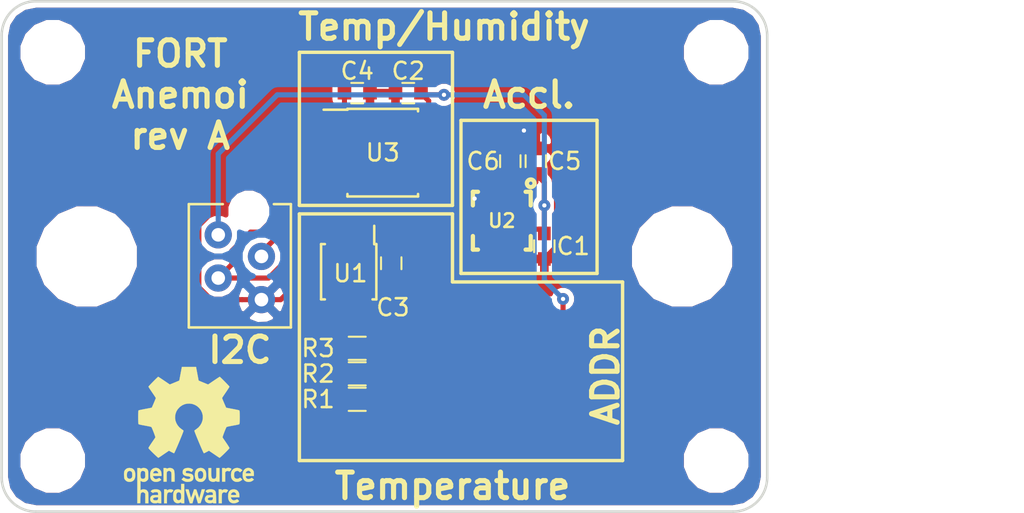
<source format=kicad_pcb>
(kicad_pcb (version 20171130) (host pcbnew 5.0.0+dfsg1-2~bpo9+1)

  (general
    (thickness 1.6)
    (drawings 30)
    (tracks 152)
    (zones 0)
    (modules 21)
    (nets 10)
  )

  (page A4)
  (layers
    (0 F.Cu signal)
    (31 B.Cu signal)
    (32 B.Adhes user)
    (33 F.Adhes user)
    (34 B.Paste user)
    (35 F.Paste user)
    (36 B.SilkS user)
    (37 F.SilkS user)
    (38 B.Mask user)
    (39 F.Mask user)
    (40 Dwgs.User user)
    (41 Cmts.User user)
    (42 Eco1.User user)
    (43 Eco2.User user)
    (44 Edge.Cuts user)
    (45 Margin user)
    (46 B.CrtYd user)
    (47 F.CrtYd user)
    (48 B.Fab user)
    (49 F.Fab user hide)
  )

  (setup
    (last_trace_width 0.3)
    (trace_clearance 0.19)
    (zone_clearance 0.508)
    (zone_45_only no)
    (trace_min 0.2)
    (segment_width 0.2)
    (edge_width 0.15)
    (via_size 0.7)
    (via_drill 0.25)
    (via_min_size 0.4)
    (via_min_drill 0.25)
    (uvia_size 0.3)
    (uvia_drill 0.1)
    (uvias_allowed no)
    (uvia_min_size 0.2)
    (uvia_min_drill 0.1)
    (pcb_text_width 0.3)
    (pcb_text_size 1.5 1.5)
    (mod_edge_width 0.15)
    (mod_text_size 1 1)
    (mod_text_width 0.15)
    (pad_size 1.524 1.524)
    (pad_drill 0.762)
    (pad_to_mask_clearance 0.2)
    (aux_axis_origin 0 0)
    (visible_elements FFFFFF7F)
    (pcbplotparams
      (layerselection 0x00030_80000001)
      (usegerberextensions false)
      (usegerberattributes false)
      (usegerberadvancedattributes false)
      (creategerberjobfile false)
      (excludeedgelayer true)
      (linewidth 0.100000)
      (plotframeref false)
      (viasonmask false)
      (mode 1)
      (useauxorigin false)
      (hpglpennumber 1)
      (hpglpenspeed 20)
      (hpglpendiameter 15.000000)
      (psnegative false)
      (psa4output false)
      (plotreference true)
      (plotvalue true)
      (plotinvisibletext false)
      (padsonsilk false)
      (subtractmaskfromsilk false)
      (outputformat 1)
      (mirror false)
      (drillshape 1)
      (scaleselection 1)
      (outputdirectory ""))
  )

  (net 0 "")
  (net 1 GND)
  (net 2 +3V3)
  (net 3 /SDA)
  (net 4 /SCL)
  (net 5 /TMP_A2)
  (net 6 /TMP_A1)
  (net 7 /TMP_A0)
  (net 8 /BYP)
  (net 9 /VCORE)

  (net_class Default "This is the default net class."
    (clearance 0.19)
    (trace_width 0.3)
    (via_dia 0.7)
    (via_drill 0.25)
    (uvia_dia 0.3)
    (uvia_drill 0.1)
    (add_net +3V3)
    (add_net /BYP)
    (add_net /SCL)
    (add_net /SDA)
    (add_net /TMP_A0)
    (add_net /TMP_A1)
    (add_net /TMP_A2)
    (add_net /VCORE)
    (add_net GND)
  )

  (module Buttons_Switches_SMD:SW_DIP_x3_W8.61mm_Slide_LowProfile (layer F.Cu) (tedit 5BA8EC84) (tstamp 5BA921A9)
    (at 98.4 106.9)
    (descr "3x-dip-switch, Slide, row spacing 8.61 mm (338 mils), SMD, LowProfile")
    (tags "DIP Switch Slide 8.61mm 338mil SMD LowProfile")
    (path /5BA8EDE2)
    (attr smd)
    (fp_text reference SW1 (at 0 -5.71) (layer F.SilkS) hide
      (effects (font (size 1 1) (thickness 0.15)))
    )
    (fp_text value 219-3MST (at 0 5.71) (layer F.Fab)
      (effects (font (size 1 1) (thickness 0.15)))
    )
    (fp_line (start -2.34 -4.59) (end 3.34 -4.59) (layer F.Fab) (width 0.1))
    (fp_line (start 3.34 -4.59) (end 3.34 4.59) (layer F.Fab) (width 0.1))
    (fp_line (start 3.34 4.59) (end -3.34 4.59) (layer F.Fab) (width 0.1))
    (fp_line (start -3.34 4.59) (end -3.34 -3.59) (layer F.Fab) (width 0.1))
    (fp_line (start -3.34 -3.59) (end -2.34 -4.59) (layer F.Fab) (width 0.1))
    (fp_line (start -1.81 -3.175) (end -1.81 -1.905) (layer F.Fab) (width 0.1))
    (fp_line (start -1.81 -1.905) (end 1.81 -1.905) (layer F.Fab) (width 0.1))
    (fp_line (start 1.81 -1.905) (end 1.81 -3.175) (layer F.Fab) (width 0.1))
    (fp_line (start 1.81 -3.175) (end -1.81 -3.175) (layer F.Fab) (width 0.1))
    (fp_line (start 0 -3.175) (end 0 -1.905) (layer F.Fab) (width 0.1))
    (fp_line (start -1.81 -0.635) (end -1.81 0.635) (layer F.Fab) (width 0.1))
    (fp_line (start -1.81 0.635) (end 1.81 0.635) (layer F.Fab) (width 0.1))
    (fp_line (start 1.81 0.635) (end 1.81 -0.635) (layer F.Fab) (width 0.1))
    (fp_line (start 1.81 -0.635) (end -1.81 -0.635) (layer F.Fab) (width 0.1))
    (fp_line (start 0 -0.635) (end 0 0.635) (layer F.Fab) (width 0.1))
    (fp_line (start -1.81 1.905) (end -1.81 3.175) (layer F.Fab) (width 0.1))
    (fp_line (start -1.81 3.175) (end 1.81 3.175) (layer F.Fab) (width 0.1))
    (fp_line (start 1.81 3.175) (end 1.81 1.905) (layer F.Fab) (width 0.1))
    (fp_line (start 1.81 1.905) (end -1.81 1.905) (layer F.Fab) (width 0.1))
    (fp_line (start 0 1.905) (end 0 3.175) (layer F.Fab) (width 0.1))
    (fp_line (start -5.8 -5) (end -5.8 5) (layer F.CrtYd) (width 0.05))
    (fp_line (start -5.8 5) (end 5.8 5) (layer F.CrtYd) (width 0.05))
    (fp_line (start 5.8 5) (end 5.8 -5) (layer F.CrtYd) (width 0.05))
    (fp_line (start 5.8 -5) (end -5.8 -5) (layer F.CrtYd) (width 0.05))
    (pad 1 smd rect (at -4.305 -2.54) (size 2.44 1.12) (layers F.Cu F.Mask)
      (net 7 /TMP_A0))
    (pad 4 smd rect (at 4.305 2.54) (size 2.44 1.12) (layers F.Cu F.Mask)
      (net 2 +3V3))
    (pad 2 smd rect (at -4.305 0) (size 2.44 1.12) (layers F.Cu F.Mask)
      (net 6 /TMP_A1))
    (pad 5 smd rect (at 4.305 0) (size 2.44 1.12) (layers F.Cu F.Mask)
      (net 2 +3V3))
    (pad 3 smd rect (at -4.305 2.54) (size 2.44 1.12) (layers F.Cu F.Mask)
      (net 5 /TMP_A2))
    (pad 6 smd rect (at 4.305 -2.54) (size 2.44 1.12) (layers F.Cu F.Mask)
      (net 2 +3V3))
    (model Buttons_Switches.3dshapes/SW_DIP_x3_W8.61mm_Slide_LowProfile.wrl
      (at (xyz 0 0 0))
      (scale (xyz 1 1 1))
      (rotate (xyz 0 0 90))
    )
  )

  (module Mounting_Holes:MountingHole_3.2mm_M3_DIN965 (layer F.Cu) (tedit 5BA8E344) (tstamp 5BA93674)
    (at 112 88)
    (descr "Mounting Hole 3.2mm, no annular, M3, DIN965")
    (tags "mounting hole 3.2mm no annular m3 din965")
    (fp_text reference REF** (at 0 -3.8) (layer F.SilkS) hide
      (effects (font (size 1 1) (thickness 0.15)))
    )
    (fp_text value MountingHole_3.2mm_M3_DIN965 (at 0 3.8) (layer F.Fab) hide
      (effects (font (size 1 1) (thickness 0.15)))
    )
    (fp_circle (center 0 0) (end 2.8 0) (layer Cmts.User) (width 0.15))
    (fp_circle (center 0 0) (end 3.05 0) (layer F.CrtYd) (width 0.05))
    (pad 1 np_thru_hole circle (at 0 0) (size 3.2 3.2) (drill 3.2) (layers *.Cu *.Mask))
  )

  (module Mounting_Holes:MountingHole_3.2mm_M3_DIN965 (layer F.Cu) (tedit 5BA8E344) (tstamp 5BA9366E)
    (at 112 112)
    (descr "Mounting Hole 3.2mm, no annular, M3, DIN965")
    (tags "mounting hole 3.2mm no annular m3 din965")
    (fp_text reference REF** (at 0 -3.8) (layer F.SilkS) hide
      (effects (font (size 1 1) (thickness 0.15)))
    )
    (fp_text value MountingHole_3.2mm_M3_DIN965 (at 0 3.8) (layer F.Fab) hide
      (effects (font (size 1 1) (thickness 0.15)))
    )
    (fp_circle (center 0 0) (end 2.8 0) (layer Cmts.User) (width 0.15))
    (fp_circle (center 0 0) (end 3.05 0) (layer F.CrtYd) (width 0.05))
    (pad 1 np_thru_hole circle (at 0 0) (size 3.2 3.2) (drill 3.2) (layers *.Cu *.Mask))
  )

  (module Mounting_Holes:MountingHole_3.2mm_M3_DIN965 (layer F.Cu) (tedit 5BA8E344) (tstamp 5BA93668)
    (at 73 112)
    (descr "Mounting Hole 3.2mm, no annular, M3, DIN965")
    (tags "mounting hole 3.2mm no annular m3 din965")
    (fp_text reference REF** (at 0 -3.8) (layer F.SilkS) hide
      (effects (font (size 1 1) (thickness 0.15)))
    )
    (fp_text value MountingHole_3.2mm_M3_DIN965 (at 0 3.8) (layer F.Fab) hide
      (effects (font (size 1 1) (thickness 0.15)))
    )
    (fp_circle (center 0 0) (end 2.8 0) (layer Cmts.User) (width 0.15))
    (fp_circle (center 0 0) (end 3.05 0) (layer F.CrtYd) (width 0.05))
    (pad 1 np_thru_hole circle (at 0 0) (size 3.2 3.2) (drill 3.2) (layers *.Cu *.Mask))
  )

  (module Mounting_Holes:MountingHole_3.2mm_M3_DIN965 (layer F.Cu) (tedit 5BA8E344) (tstamp 5BA9363A)
    (at 73 88)
    (descr "Mounting Hole 3.2mm, no annular, M3, DIN965")
    (tags "mounting hole 3.2mm no annular m3 din965")
    (fp_text reference REF** (at 0 -3.8) (layer F.SilkS) hide
      (effects (font (size 1 1) (thickness 0.15)))
    )
    (fp_text value MountingHole_3.2mm_M3_DIN965 (at 0 3.8) (layer F.Fab) hide
      (effects (font (size 1 1) (thickness 0.15)))
    )
    (fp_circle (center 0 0) (end 2.8 0) (layer Cmts.User) (width 0.15))
    (fp_circle (center 0 0) (end 3.05 0) (layer F.CrtYd) (width 0.05))
    (pad 1 np_thru_hole circle (at 0 0) (size 3.2 3.2) (drill 3.2) (layers *.Cu *.Mask))
  )

  (module Mounting_Holes:MountingHole_5.3mm_M5_DIN965 (layer F.Cu) (tedit 5BA8E2EF) (tstamp 5BA93374)
    (at 110 100)
    (descr "Mounting Hole 5.3mm, no annular, M5, DIN965")
    (tags "mounting hole 5.3mm no annular m5 din965")
    (fp_text reference REF** (at 0 -5.6) (layer F.SilkS) hide
      (effects (font (size 1 1) (thickness 0.15)))
    )
    (fp_text value MountingHole_5.3mm_M5_DIN965 (at 0 5.6) (layer F.Fab) hide
      (effects (font (size 1 1) (thickness 0.15)))
    )
    (fp_circle (center 0 0) (end 4.6 0) (layer Cmts.User) (width 0.15))
    (fp_circle (center 0 0) (end 4.85 0) (layer F.CrtYd) (width 0.05))
    (pad 1 np_thru_hole circle (at 0 0) (size 5.3 5.3) (drill 5.3) (layers *.Cu *.Mask))
  )

  (module Mounting_Holes:MountingHole_5.3mm_M5_DIN965 (layer F.Cu) (tedit 5BA8E2EF) (tstamp 5BA93348)
    (at 75 100)
    (descr "Mounting Hole 5.3mm, no annular, M5, DIN965")
    (tags "mounting hole 5.3mm no annular m5 din965")
    (fp_text reference REF** (at 0 -5.6) (layer F.SilkS) hide
      (effects (font (size 1 1) (thickness 0.15)))
    )
    (fp_text value MountingHole_5.3mm_M5_DIN965 (at 0 5.6) (layer F.Fab) hide
      (effects (font (size 1 1) (thickness 0.15)))
    )
    (fp_circle (center 0 0) (end 4.6 0) (layer Cmts.User) (width 0.15))
    (fp_circle (center 0 0) (end 4.85 0) (layer F.CrtYd) (width 0.05))
    (pad 1 np_thru_hole circle (at 0 0) (size 5.3 5.3) (drill 5.3) (layers *.Cu *.Mask))
  )

  (module Capacitors_SMD:C_0603 (layer F.Cu) (tedit 59958EE7) (tstamp 5BA920DE)
    (at 101.9 99.4 270)
    (descr "Capacitor SMD 0603, reflow soldering, AVX (see smccp.pdf)")
    (tags "capacitor 0603")
    (path /5BA90B2A)
    (attr smd)
    (fp_text reference C1 (at 0 -1.7) (layer F.SilkS)
      (effects (font (size 1 1) (thickness 0.15)))
    )
    (fp_text value 4.7uF (at 0 1.5 270) (layer F.Fab)
      (effects (font (size 1 1) (thickness 0.15)))
    )
    (fp_line (start 1.4 0.65) (end -1.4 0.65) (layer F.CrtYd) (width 0.05))
    (fp_line (start 1.4 0.65) (end 1.4 -0.65) (layer F.CrtYd) (width 0.05))
    (fp_line (start -1.4 -0.65) (end -1.4 0.65) (layer F.CrtYd) (width 0.05))
    (fp_line (start -1.4 -0.65) (end 1.4 -0.65) (layer F.CrtYd) (width 0.05))
    (fp_line (start 0.35 0.6) (end -0.35 0.6) (layer F.SilkS) (width 0.12))
    (fp_line (start -0.35 -0.6) (end 0.35 -0.6) (layer F.SilkS) (width 0.12))
    (fp_line (start -0.8 -0.4) (end 0.8 -0.4) (layer F.Fab) (width 0.1))
    (fp_line (start 0.8 -0.4) (end 0.8 0.4) (layer F.Fab) (width 0.1))
    (fp_line (start 0.8 0.4) (end -0.8 0.4) (layer F.Fab) (width 0.1))
    (fp_line (start -0.8 0.4) (end -0.8 -0.4) (layer F.Fab) (width 0.1))
    (fp_text user %R (at 0 0 270) (layer F.Fab)
      (effects (font (size 0.3 0.3) (thickness 0.075)))
    )
    (pad 2 smd rect (at 0.75 0 270) (size 0.8 0.75) (layers F.Cu F.Paste F.Mask)
      (net 1 GND))
    (pad 1 smd rect (at -0.75 0 270) (size 0.8 0.75) (layers F.Cu F.Paste F.Mask)
      (net 2 +3V3))
    (model Capacitors_SMD.3dshapes/C_0603.wrl
      (at (xyz 0 0 0))
      (scale (xyz 1 1 1))
      (rotate (xyz 0 0 0))
    )
  )

  (module Capacitors_SMD:C_0603 (layer F.Cu) (tedit 59958EE7) (tstamp 5BA920EF)
    (at 93.9 90.4 180)
    (descr "Capacitor SMD 0603, reflow soldering, AVX (see smccp.pdf)")
    (tags "capacitor 0603")
    (path /5BA8E662)
    (attr smd)
    (fp_text reference C2 (at 0 1.3 180) (layer F.SilkS)
      (effects (font (size 1 1) (thickness 0.15)))
    )
    (fp_text value 100nF (at 0 1.5 180) (layer F.Fab)
      (effects (font (size 1 1) (thickness 0.15)))
    )
    (fp_line (start 1.4 0.65) (end -1.4 0.65) (layer F.CrtYd) (width 0.05))
    (fp_line (start 1.4 0.65) (end 1.4 -0.65) (layer F.CrtYd) (width 0.05))
    (fp_line (start -1.4 -0.65) (end -1.4 0.65) (layer F.CrtYd) (width 0.05))
    (fp_line (start -1.4 -0.65) (end 1.4 -0.65) (layer F.CrtYd) (width 0.05))
    (fp_line (start 0.35 0.6) (end -0.35 0.6) (layer F.SilkS) (width 0.12))
    (fp_line (start -0.35 -0.6) (end 0.35 -0.6) (layer F.SilkS) (width 0.12))
    (fp_line (start -0.8 -0.4) (end 0.8 -0.4) (layer F.Fab) (width 0.1))
    (fp_line (start 0.8 -0.4) (end 0.8 0.4) (layer F.Fab) (width 0.1))
    (fp_line (start 0.8 0.4) (end -0.8 0.4) (layer F.Fab) (width 0.1))
    (fp_line (start -0.8 0.4) (end -0.8 -0.4) (layer F.Fab) (width 0.1))
    (fp_text user %R (at 0 0 180) (layer F.Fab)
      (effects (font (size 0.3 0.3) (thickness 0.075)))
    )
    (pad 2 smd rect (at 0.75 0 180) (size 0.8 0.75) (layers F.Cu F.Paste F.Mask)
      (net 1 GND))
    (pad 1 smd rect (at -0.75 0 180) (size 0.8 0.75) (layers F.Cu F.Paste F.Mask)
      (net 2 +3V3))
    (model Capacitors_SMD.3dshapes/C_0603.wrl
      (at (xyz 0 0 0))
      (scale (xyz 1 1 1))
      (rotate (xyz 0 0 0))
    )
  )

  (module Capacitors_SMD:C_0603 (layer F.Cu) (tedit 59958EE7) (tstamp 5BA92100)
    (at 92.9 100.4 90)
    (descr "Capacitor SMD 0603, reflow soldering, AVX (see smccp.pdf)")
    (tags "capacitor 0603")
    (path /5BA8E903)
    (attr smd)
    (fp_text reference C3 (at -2.6 0.1 180) (layer F.SilkS)
      (effects (font (size 1 1) (thickness 0.15)))
    )
    (fp_text value 100nF (at 0 1.5 90) (layer F.Fab)
      (effects (font (size 1 1) (thickness 0.15)))
    )
    (fp_line (start 1.4 0.65) (end -1.4 0.65) (layer F.CrtYd) (width 0.05))
    (fp_line (start 1.4 0.65) (end 1.4 -0.65) (layer F.CrtYd) (width 0.05))
    (fp_line (start -1.4 -0.65) (end -1.4 0.65) (layer F.CrtYd) (width 0.05))
    (fp_line (start -1.4 -0.65) (end 1.4 -0.65) (layer F.CrtYd) (width 0.05))
    (fp_line (start 0.35 0.6) (end -0.35 0.6) (layer F.SilkS) (width 0.12))
    (fp_line (start -0.35 -0.6) (end 0.35 -0.6) (layer F.SilkS) (width 0.12))
    (fp_line (start -0.8 -0.4) (end 0.8 -0.4) (layer F.Fab) (width 0.1))
    (fp_line (start 0.8 -0.4) (end 0.8 0.4) (layer F.Fab) (width 0.1))
    (fp_line (start 0.8 0.4) (end -0.8 0.4) (layer F.Fab) (width 0.1))
    (fp_line (start -0.8 0.4) (end -0.8 -0.4) (layer F.Fab) (width 0.1))
    (fp_text user %R (at 0 0 90) (layer F.Fab)
      (effects (font (size 0.3 0.3) (thickness 0.075)))
    )
    (pad 2 smd rect (at 0.75 0 90) (size 0.8 0.75) (layers F.Cu F.Paste F.Mask)
      (net 1 GND))
    (pad 1 smd rect (at -0.75 0 90) (size 0.8 0.75) (layers F.Cu F.Paste F.Mask)
      (net 2 +3V3))
    (model Capacitors_SMD.3dshapes/C_0603.wrl
      (at (xyz 0 0 0))
      (scale (xyz 1 1 1))
      (rotate (xyz 0 0 0))
    )
  )

  (module Capacitors_SMD:C_0603 (layer F.Cu) (tedit 59958EE7) (tstamp 5BA92111)
    (at 90.9 90.4)
    (descr "Capacitor SMD 0603, reflow soldering, AVX (see smccp.pdf)")
    (tags "capacitor 0603")
    (path /5BA8E367)
    (attr smd)
    (fp_text reference C4 (at 0 -1.3) (layer F.SilkS)
      (effects (font (size 1 1) (thickness 0.15)))
    )
    (fp_text value 100nF (at 0 1.5) (layer F.Fab)
      (effects (font (size 1 1) (thickness 0.15)))
    )
    (fp_line (start 1.4 0.65) (end -1.4 0.65) (layer F.CrtYd) (width 0.05))
    (fp_line (start 1.4 0.65) (end 1.4 -0.65) (layer F.CrtYd) (width 0.05))
    (fp_line (start -1.4 -0.65) (end -1.4 0.65) (layer F.CrtYd) (width 0.05))
    (fp_line (start -1.4 -0.65) (end 1.4 -0.65) (layer F.CrtYd) (width 0.05))
    (fp_line (start 0.35 0.6) (end -0.35 0.6) (layer F.SilkS) (width 0.12))
    (fp_line (start -0.35 -0.6) (end 0.35 -0.6) (layer F.SilkS) (width 0.12))
    (fp_line (start -0.8 -0.4) (end 0.8 -0.4) (layer F.Fab) (width 0.1))
    (fp_line (start 0.8 -0.4) (end 0.8 0.4) (layer F.Fab) (width 0.1))
    (fp_line (start 0.8 0.4) (end -0.8 0.4) (layer F.Fab) (width 0.1))
    (fp_line (start -0.8 0.4) (end -0.8 -0.4) (layer F.Fab) (width 0.1))
    (fp_text user %R (at 0 0) (layer F.Fab)
      (effects (font (size 0.3 0.3) (thickness 0.075)))
    )
    (pad 2 smd rect (at 0.75 0) (size 0.8 0.75) (layers F.Cu F.Paste F.Mask)
      (net 1 GND))
    (pad 1 smd rect (at -0.75 0) (size 0.8 0.75) (layers F.Cu F.Paste F.Mask)
      (net 9 /VCORE))
    (model Capacitors_SMD.3dshapes/C_0603.wrl
      (at (xyz 0 0 0))
      (scale (xyz 1 1 1))
      (rotate (xyz 0 0 0))
    )
  )

  (module Capacitors_SMD:C_0603 (layer F.Cu) (tedit 59958EE7) (tstamp 5BA92122)
    (at 101.4 94.4 90)
    (descr "Capacitor SMD 0603, reflow soldering, AVX (see smccp.pdf)")
    (tags "capacitor 0603")
    (path /5BA902BC)
    (attr smd)
    (fp_text reference C5 (at 0 1.7 180) (layer F.SilkS)
      (effects (font (size 1 1) (thickness 0.15)))
    )
    (fp_text value 100nF (at 0 1.5 90) (layer F.Fab)
      (effects (font (size 1 1) (thickness 0.15)))
    )
    (fp_line (start 1.4 0.65) (end -1.4 0.65) (layer F.CrtYd) (width 0.05))
    (fp_line (start 1.4 0.65) (end 1.4 -0.65) (layer F.CrtYd) (width 0.05))
    (fp_line (start -1.4 -0.65) (end -1.4 0.65) (layer F.CrtYd) (width 0.05))
    (fp_line (start -1.4 -0.65) (end 1.4 -0.65) (layer F.CrtYd) (width 0.05))
    (fp_line (start 0.35 0.6) (end -0.35 0.6) (layer F.SilkS) (width 0.12))
    (fp_line (start -0.35 -0.6) (end 0.35 -0.6) (layer F.SilkS) (width 0.12))
    (fp_line (start -0.8 -0.4) (end 0.8 -0.4) (layer F.Fab) (width 0.1))
    (fp_line (start 0.8 -0.4) (end 0.8 0.4) (layer F.Fab) (width 0.1))
    (fp_line (start 0.8 0.4) (end -0.8 0.4) (layer F.Fab) (width 0.1))
    (fp_line (start -0.8 0.4) (end -0.8 -0.4) (layer F.Fab) (width 0.1))
    (fp_text user %R (at 0 0 90) (layer F.Fab)
      (effects (font (size 0.3 0.3) (thickness 0.075)))
    )
    (pad 2 smd rect (at 0.75 0 90) (size 0.8 0.75) (layers F.Cu F.Paste F.Mask)
      (net 1 GND))
    (pad 1 smd rect (at -0.75 0 90) (size 0.8 0.75) (layers F.Cu F.Paste F.Mask)
      (net 2 +3V3))
    (model Capacitors_SMD.3dshapes/C_0603.wrl
      (at (xyz 0 0 0))
      (scale (xyz 1 1 1))
      (rotate (xyz 0 0 0))
    )
  )

  (module Capacitors_SMD:C_0603 (layer F.Cu) (tedit 59958EE7) (tstamp 5BA92133)
    (at 99.9 94.4 90)
    (descr "Capacitor SMD 0603, reflow soldering, AVX (see smccp.pdf)")
    (tags "capacitor 0603")
    (path /5BA900DC)
    (attr smd)
    (fp_text reference C6 (at 0 -1.6 180) (layer F.SilkS)
      (effects (font (size 1 1) (thickness 0.15)))
    )
    (fp_text value 100nF (at 0 1.5 90) (layer F.Fab)
      (effects (font (size 1 1) (thickness 0.15)))
    )
    (fp_line (start 1.4 0.65) (end -1.4 0.65) (layer F.CrtYd) (width 0.05))
    (fp_line (start 1.4 0.65) (end 1.4 -0.65) (layer F.CrtYd) (width 0.05))
    (fp_line (start -1.4 -0.65) (end -1.4 0.65) (layer F.CrtYd) (width 0.05))
    (fp_line (start -1.4 -0.65) (end 1.4 -0.65) (layer F.CrtYd) (width 0.05))
    (fp_line (start 0.35 0.6) (end -0.35 0.6) (layer F.SilkS) (width 0.12))
    (fp_line (start -0.35 -0.6) (end 0.35 -0.6) (layer F.SilkS) (width 0.12))
    (fp_line (start -0.8 -0.4) (end 0.8 -0.4) (layer F.Fab) (width 0.1))
    (fp_line (start 0.8 -0.4) (end 0.8 0.4) (layer F.Fab) (width 0.1))
    (fp_line (start 0.8 0.4) (end -0.8 0.4) (layer F.Fab) (width 0.1))
    (fp_line (start -0.8 0.4) (end -0.8 -0.4) (layer F.Fab) (width 0.1))
    (fp_text user %R (at 0 0 90) (layer F.Fab)
      (effects (font (size 0.3 0.3) (thickness 0.075)))
    )
    (pad 2 smd rect (at 0.75 0 90) (size 0.8 0.75) (layers F.Cu F.Paste F.Mask)
      (net 1 GND))
    (pad 1 smd rect (at -0.75 0 90) (size 0.8 0.75) (layers F.Cu F.Paste F.Mask)
      (net 8 /BYP))
    (model Capacitors_SMD.3dshapes/C_0603.wrl
      (at (xyz 0 0 0))
      (scale (xyz 1 1 1))
      (rotate (xyz 0 0 0))
    )
  )

  (module FORT:Micro-Match_4_TH (layer F.Cu) (tedit 5BA8EAFF) (tstamp 5BA92141)
    (at 84 100 90)
    (path /5BA8DBE5)
    (fp_text reference J1 (at -3.175 3.81 90) (layer F.SilkS) hide
      (effects (font (size 1 1) (thickness 0.15)))
    )
    (fp_text value 215079-4 (at 0 -3.81 90) (layer F.Fab)
      (effects (font (size 1 1) (thickness 0.15)))
    )
    (fp_line (start -4.175 3) (end -4.175 -3) (layer F.SilkS) (width 0.15))
    (fp_line (start 3.075 3) (end -4.175 3) (layer F.SilkS) (width 0.15))
    (fp_line (start 3.075 2) (end 3.075 3) (layer F.SilkS) (width 0.15))
    (fp_line (start 3.075 -3) (end 3.075 -1) (layer F.SilkS) (width 0.15))
    (fp_line (start -4.175 -3) (end 3.075 -3) (layer F.SilkS) (width 0.15))
    (pad 1 thru_hole circle (at 1.27 -1.27 90) (size 1.6 1.6) (drill 0.8) (layers *.Cu *.Mask)
      (net 2 +3V3))
    (pad 2 thru_hole circle (at 0 1.27 90) (size 1.6 1.6) (drill 0.8) (layers *.Cu *.Mask)
      (net 3 /SDA))
    (pad 3 thru_hole circle (at -1.27 -1.27 90) (size 1.6 1.6) (drill 0.8) (layers *.Cu *.Mask)
      (net 4 /SCL))
    (pad 4 thru_hole circle (at -2.54 1.27 90) (size 1.6 1.6) (drill 0.8) (layers *.Cu *.Mask)
      (net 1 GND))
    (pad "" np_thru_hole circle (at 2.67 0.53 90) (size 1.8 1.8) (drill 1.8) (layers *.Cu *.Mask))
    (model ${KIPRJMOD}/../../lib/fort.3dshapes/215079-4.wrl
      (at (xyz 0 0 0))
      (scale (xyz 1 1 1))
      (rotate (xyz 0 0 0))
    )
  )

  (module Resistors_SMD:R_0603 (layer F.Cu) (tedit 58E0A804) (tstamp 5BA92152)
    (at 90.9 108.4)
    (descr "Resistor SMD 0603, reflow soldering, Vishay (see dcrcw.pdf)")
    (tags "resistor 0603")
    (path /5BA8E3AE)
    (attr smd)
    (fp_text reference R1 (at -2.3 0) (layer F.SilkS)
      (effects (font (size 1 1) (thickness 0.15)))
    )
    (fp_text value 100K (at 0 1.5) (layer F.Fab)
      (effects (font (size 1 1) (thickness 0.15)))
    )
    (fp_text user %R (at 0 0) (layer F.Fab)
      (effects (font (size 0.4 0.4) (thickness 0.075)))
    )
    (fp_line (start -0.8 0.4) (end -0.8 -0.4) (layer F.Fab) (width 0.1))
    (fp_line (start 0.8 0.4) (end -0.8 0.4) (layer F.Fab) (width 0.1))
    (fp_line (start 0.8 -0.4) (end 0.8 0.4) (layer F.Fab) (width 0.1))
    (fp_line (start -0.8 -0.4) (end 0.8 -0.4) (layer F.Fab) (width 0.1))
    (fp_line (start 0.5 0.68) (end -0.5 0.68) (layer F.SilkS) (width 0.12))
    (fp_line (start -0.5 -0.68) (end 0.5 -0.68) (layer F.SilkS) (width 0.12))
    (fp_line (start -1.25 -0.7) (end 1.25 -0.7) (layer F.CrtYd) (width 0.05))
    (fp_line (start -1.25 -0.7) (end -1.25 0.7) (layer F.CrtYd) (width 0.05))
    (fp_line (start 1.25 0.7) (end 1.25 -0.7) (layer F.CrtYd) (width 0.05))
    (fp_line (start 1.25 0.7) (end -1.25 0.7) (layer F.CrtYd) (width 0.05))
    (pad 1 smd rect (at -0.75 0) (size 0.5 0.9) (layers F.Cu F.Paste F.Mask)
      (net 5 /TMP_A2))
    (pad 2 smd rect (at 0.75 0) (size 0.5 0.9) (layers F.Cu F.Paste F.Mask)
      (net 1 GND))
    (model ${KISYS3DMOD}/Resistors_SMD.3dshapes/R_0603.wrl
      (at (xyz 0 0 0))
      (scale (xyz 1 1 1))
      (rotate (xyz 0 0 0))
    )
  )

  (module Resistors_SMD:R_0603 (layer F.Cu) (tedit 58E0A804) (tstamp 5BA92163)
    (at 90.9 106.9 180)
    (descr "Resistor SMD 0603, reflow soldering, Vishay (see dcrcw.pdf)")
    (tags "resistor 0603")
    (path /5BA8EF1C)
    (attr smd)
    (fp_text reference R2 (at 2.3 0 180) (layer F.SilkS)
      (effects (font (size 1 1) (thickness 0.15)))
    )
    (fp_text value 100K (at 0 1.5 180) (layer F.Fab)
      (effects (font (size 1 1) (thickness 0.15)))
    )
    (fp_text user %R (at 0 0 180) (layer F.Fab)
      (effects (font (size 0.4 0.4) (thickness 0.075)))
    )
    (fp_line (start -0.8 0.4) (end -0.8 -0.4) (layer F.Fab) (width 0.1))
    (fp_line (start 0.8 0.4) (end -0.8 0.4) (layer F.Fab) (width 0.1))
    (fp_line (start 0.8 -0.4) (end 0.8 0.4) (layer F.Fab) (width 0.1))
    (fp_line (start -0.8 -0.4) (end 0.8 -0.4) (layer F.Fab) (width 0.1))
    (fp_line (start 0.5 0.68) (end -0.5 0.68) (layer F.SilkS) (width 0.12))
    (fp_line (start -0.5 -0.68) (end 0.5 -0.68) (layer F.SilkS) (width 0.12))
    (fp_line (start -1.25 -0.7) (end 1.25 -0.7) (layer F.CrtYd) (width 0.05))
    (fp_line (start -1.25 -0.7) (end -1.25 0.7) (layer F.CrtYd) (width 0.05))
    (fp_line (start 1.25 0.7) (end 1.25 -0.7) (layer F.CrtYd) (width 0.05))
    (fp_line (start 1.25 0.7) (end -1.25 0.7) (layer F.CrtYd) (width 0.05))
    (pad 1 smd rect (at -0.75 0 180) (size 0.5 0.9) (layers F.Cu F.Paste F.Mask)
      (net 6 /TMP_A1))
    (pad 2 smd rect (at 0.75 0 180) (size 0.5 0.9) (layers F.Cu F.Paste F.Mask)
      (net 1 GND))
    (model ${KISYS3DMOD}/Resistors_SMD.3dshapes/R_0603.wrl
      (at (xyz 0 0 0))
      (scale (xyz 1 1 1))
      (rotate (xyz 0 0 0))
    )
  )

  (module Resistors_SMD:R_0603 (layer F.Cu) (tedit 58E0A804) (tstamp 5BA92174)
    (at 90.9 105.4 180)
    (descr "Resistor SMD 0603, reflow soldering, Vishay (see dcrcw.pdf)")
    (tags "resistor 0603")
    (path /5BA8EF54)
    (attr smd)
    (fp_text reference R3 (at 2.3 0 180) (layer F.SilkS)
      (effects (font (size 1 1) (thickness 0.15)))
    )
    (fp_text value 100K (at 0 1.5 180) (layer F.Fab)
      (effects (font (size 1 1) (thickness 0.15)))
    )
    (fp_text user %R (at 0 0 180) (layer F.Fab)
      (effects (font (size 0.4 0.4) (thickness 0.075)))
    )
    (fp_line (start -0.8 0.4) (end -0.8 -0.4) (layer F.Fab) (width 0.1))
    (fp_line (start 0.8 0.4) (end -0.8 0.4) (layer F.Fab) (width 0.1))
    (fp_line (start 0.8 -0.4) (end 0.8 0.4) (layer F.Fab) (width 0.1))
    (fp_line (start -0.8 -0.4) (end 0.8 -0.4) (layer F.Fab) (width 0.1))
    (fp_line (start 0.5 0.68) (end -0.5 0.68) (layer F.SilkS) (width 0.12))
    (fp_line (start -0.5 -0.68) (end 0.5 -0.68) (layer F.SilkS) (width 0.12))
    (fp_line (start -1.25 -0.7) (end 1.25 -0.7) (layer F.CrtYd) (width 0.05))
    (fp_line (start -1.25 -0.7) (end -1.25 0.7) (layer F.CrtYd) (width 0.05))
    (fp_line (start 1.25 0.7) (end 1.25 -0.7) (layer F.CrtYd) (width 0.05))
    (fp_line (start 1.25 0.7) (end -1.25 0.7) (layer F.CrtYd) (width 0.05))
    (pad 1 smd rect (at -0.75 0 180) (size 0.5 0.9) (layers F.Cu F.Paste F.Mask)
      (net 7 /TMP_A0))
    (pad 2 smd rect (at 0.75 0 180) (size 0.5 0.9) (layers F.Cu F.Paste F.Mask)
      (net 1 GND))
    (model ${KISYS3DMOD}/Resistors_SMD.3dshapes/R_0603.wrl
      (at (xyz 0 0 0))
      (scale (xyz 1 1 1))
      (rotate (xyz 0 0 0))
    )
  )

  (module Housings_SSOP:TSSOP-8_3x3mm_Pitch0.65mm (layer F.Cu) (tedit 54130A77) (tstamp 5BA921C6)
    (at 90.4 100.9 270)
    (descr "TSSOP8: plastic thin shrink small outline package; 8 leads; body width 3 mm; (see NXP SSOP-TSSOP-VSO-REFLOW.pdf and sot505-1_po.pdf)")
    (tags "SSOP 0.65")
    (path /5BA8DC44)
    (attr smd)
    (fp_text reference U1 (at 0.1 -0.1 180) (layer F.SilkS)
      (effects (font (size 1 1) (thickness 0.15)))
    )
    (fp_text value TMP1075DGK (at 0 2.55 270) (layer F.Fab)
      (effects (font (size 1 1) (thickness 0.15)))
    )
    (fp_line (start -0.5 -1.5) (end 1.5 -1.5) (layer F.Fab) (width 0.15))
    (fp_line (start 1.5 -1.5) (end 1.5 1.5) (layer F.Fab) (width 0.15))
    (fp_line (start 1.5 1.5) (end -1.5 1.5) (layer F.Fab) (width 0.15))
    (fp_line (start -1.5 1.5) (end -1.5 -0.5) (layer F.Fab) (width 0.15))
    (fp_line (start -1.5 -0.5) (end -0.5 -1.5) (layer F.Fab) (width 0.15))
    (fp_line (start -2.95 -1.8) (end -2.95 1.8) (layer F.CrtYd) (width 0.05))
    (fp_line (start 2.95 -1.8) (end 2.95 1.8) (layer F.CrtYd) (width 0.05))
    (fp_line (start -2.95 -1.8) (end 2.95 -1.8) (layer F.CrtYd) (width 0.05))
    (fp_line (start -2.95 1.8) (end 2.95 1.8) (layer F.CrtYd) (width 0.05))
    (fp_line (start -1.625 -1.625) (end -1.625 -1.5) (layer F.SilkS) (width 0.15))
    (fp_line (start 1.625 -1.625) (end 1.625 -1.4) (layer F.SilkS) (width 0.15))
    (fp_line (start 1.625 1.625) (end 1.625 1.4) (layer F.SilkS) (width 0.15))
    (fp_line (start -1.625 1.625) (end -1.625 1.4) (layer F.SilkS) (width 0.15))
    (fp_line (start -1.625 -1.625) (end 1.625 -1.625) (layer F.SilkS) (width 0.15))
    (fp_line (start -1.625 1.625) (end 1.625 1.625) (layer F.SilkS) (width 0.15))
    (fp_line (start -1.625 -1.5) (end -2.7 -1.5) (layer F.SilkS) (width 0.15))
    (fp_text user %R (at 0 0 270) (layer F.Fab)
      (effects (font (size 0.6 0.6) (thickness 0.15)))
    )
    (pad 1 smd rect (at -2.15 -0.975 270) (size 1.1 0.4) (layers F.Cu F.Paste F.Mask)
      (net 3 /SDA))
    (pad 2 smd rect (at -2.15 -0.325 270) (size 1.1 0.4) (layers F.Cu F.Paste F.Mask)
      (net 4 /SCL))
    (pad 3 smd rect (at -2.15 0.325 270) (size 1.1 0.4) (layers F.Cu F.Paste F.Mask))
    (pad 4 smd rect (at -2.15 0.975 270) (size 1.1 0.4) (layers F.Cu F.Paste F.Mask)
      (net 1 GND))
    (pad 5 smd rect (at 2.15 0.975 270) (size 1.1 0.4) (layers F.Cu F.Paste F.Mask)
      (net 5 /TMP_A2))
    (pad 6 smd rect (at 2.15 0.325 270) (size 1.1 0.4) (layers F.Cu F.Paste F.Mask)
      (net 6 /TMP_A1))
    (pad 7 smd rect (at 2.15 -0.325 270) (size 1.1 0.4) (layers F.Cu F.Paste F.Mask)
      (net 7 /TMP_A0))
    (pad 8 smd rect (at 2.15 -0.975 270) (size 1.1 0.4) (layers F.Cu F.Paste F.Mask)
      (net 2 +3V3))
    (model ${KISYS3DMOD}/Housings_SSOP.3dshapes/TSSOP-8_3x3mm_Pitch0.65mm.wrl
      (at (xyz 0 0 0))
      (scale (xyz 1 1 1))
      (rotate (xyz 0 0 0))
    )
  )

  (module Housings_SOIC:SOIC-8_3.9x4.9mm_Pitch1.27mm (layer F.Cu) (tedit 58CD0CDA) (tstamp 5BA92200)
    (at 92.4 93.9)
    (descr "8-Lead Plastic Small Outline (SN) - Narrow, 3.90 mm Body [SOIC] (see Microchip Packaging Specification 00000049BS.pdf)")
    (tags "SOIC 1.27")
    (path /5BA8DBB4)
    (attr smd)
    (fp_text reference U3 (at 0 0) (layer F.SilkS)
      (effects (font (size 1 1) (thickness 0.15)))
    )
    (fp_text value HIH6131-021-001 (at 0 3.5) (layer F.Fab)
      (effects (font (size 1 1) (thickness 0.15)))
    )
    (fp_text user %R (at 0 0) (layer F.Fab)
      (effects (font (size 1 1) (thickness 0.15)))
    )
    (fp_line (start -0.95 -2.45) (end 1.95 -2.45) (layer F.Fab) (width 0.1))
    (fp_line (start 1.95 -2.45) (end 1.95 2.45) (layer F.Fab) (width 0.1))
    (fp_line (start 1.95 2.45) (end -1.95 2.45) (layer F.Fab) (width 0.1))
    (fp_line (start -1.95 2.45) (end -1.95 -1.45) (layer F.Fab) (width 0.1))
    (fp_line (start -1.95 -1.45) (end -0.95 -2.45) (layer F.Fab) (width 0.1))
    (fp_line (start -3.73 -2.7) (end -3.73 2.7) (layer F.CrtYd) (width 0.05))
    (fp_line (start 3.73 -2.7) (end 3.73 2.7) (layer F.CrtYd) (width 0.05))
    (fp_line (start -3.73 -2.7) (end 3.73 -2.7) (layer F.CrtYd) (width 0.05))
    (fp_line (start -3.73 2.7) (end 3.73 2.7) (layer F.CrtYd) (width 0.05))
    (fp_line (start -2.075 -2.575) (end -2.075 -2.525) (layer F.SilkS) (width 0.15))
    (fp_line (start 2.075 -2.575) (end 2.075 -2.43) (layer F.SilkS) (width 0.15))
    (fp_line (start 2.075 2.575) (end 2.075 2.43) (layer F.SilkS) (width 0.15))
    (fp_line (start -2.075 2.575) (end -2.075 2.43) (layer F.SilkS) (width 0.15))
    (fp_line (start -2.075 -2.575) (end 2.075 -2.575) (layer F.SilkS) (width 0.15))
    (fp_line (start -2.075 2.575) (end 2.075 2.575) (layer F.SilkS) (width 0.15))
    (fp_line (start -2.075 -2.525) (end -3.475 -2.525) (layer F.SilkS) (width 0.15))
    (pad 1 smd rect (at -2.7 -1.905) (size 1.55 0.6) (layers F.Cu F.Paste F.Mask)
      (net 9 /VCORE))
    (pad 2 smd rect (at -2.7 -0.635) (size 1.55 0.6) (layers F.Cu F.Paste F.Mask)
      (net 1 GND))
    (pad 3 smd rect (at -2.7 0.635) (size 1.55 0.6) (layers F.Cu F.Paste F.Mask)
      (net 4 /SCL))
    (pad 4 smd rect (at -2.7 1.905) (size 1.55 0.6) (layers F.Cu F.Paste F.Mask)
      (net 3 /SDA))
    (pad 5 smd rect (at 2.7 1.905) (size 1.55 0.6) (layers F.Cu F.Paste F.Mask))
    (pad 6 smd rect (at 2.7 0.635) (size 1.55 0.6) (layers F.Cu F.Paste F.Mask))
    (pad 7 smd rect (at 2.7 -0.635) (size 1.55 0.6) (layers F.Cu F.Paste F.Mask))
    (pad 8 smd rect (at 2.7 -1.905) (size 1.55 0.6) (layers F.Cu F.Paste F.Mask)
      (net 2 +3V3))
    (model ${KISYS3DMOD}/Housings_SOIC.3dshapes/SOIC-8_3.9x4.9mm_Pitch1.27mm.wrl
      (at (xyz 0 0 0))
      (scale (xyz 1 1 1))
      (rotate (xyz 0 0 0))
    )
  )

  (module FORT:Freescale_98ASA00063D_3x3mm_Pitch_0.5mm (layer F.Cu) (tedit 5BA8EBEC) (tstamp 5BA93A2C)
    (at 99.4 97.9 270)
    (path /5BA91BEF)
    (fp_text reference U2 (at 0 0) (layer F.SilkS)
      (effects (font (size 0.8 0.8) (thickness 0.15)))
    )
    (fp_text value MMA8453Q (at 0 0 270) (layer F.Fab)
      (effects (font (size 1 1) (thickness 0.15)))
    )
    (fp_circle (center -2.2 -1.7) (end -2.1 -1.7) (layer F.SilkS) (width 0.25))
    (fp_line (start -1.7 -1.7) (end -1.7 -1.4) (layer F.SilkS) (width 0.25))
    (fp_line (start -1.7 1.7) (end -1.7 1.4) (layer F.SilkS) (width 0.25))
    (fp_line (start -0.9 1.7) (end -1.7 1.7) (layer F.SilkS) (width 0.25))
    (fp_line (start 1.7 1.7) (end 1.7 1.4) (layer F.SilkS) (width 0.25))
    (fp_line (start 0.9 1.7) (end 1.7 1.7) (layer F.SilkS) (width 0.25))
    (fp_line (start 1.7 -1.7) (end 1.7 -1.4) (layer F.SilkS) (width 0.25))
    (fp_line (start 0.9 -1.7) (end 1.7 -1.7) (layer F.SilkS) (width 0.25))
    (fp_line (start -1.7 -1.7) (end -0.9 -1.7) (layer F.SilkS) (width 0.25))
    (pad 1 smd oval (at -1.275 -1 270) (size 0.813 0.305) (layers F.Cu F.Paste F.Mask)
      (net 2 +3V3) (solder_mask_margin 0.0505) (solder_paste_margin -0.0125))
    (pad 2 smd rect (at -1.275 -0.5 270) (size 0.813 0.305) (layers F.Cu F.Paste F.Mask)
      (net 8 /BYP) (solder_mask_margin 0.0505) (solder_paste_margin -0.0125))
    (pad 3 smd rect (at -1.275 0 270) (size 0.813 0.305) (layers F.Cu F.Paste F.Mask)
      (solder_mask_margin 0.0505) (solder_paste_margin -0.0125))
    (pad 4 smd rect (at -1.275 0.5 270) (size 0.813 0.305) (layers F.Cu F.Paste F.Mask)
      (net 4 /SCL) (solder_mask_margin 0.0505) (solder_paste_margin -0.0125))
    (pad 5 smd rect (at -1.275 1 270) (size 0.813 0.305) (layers F.Cu F.Paste F.Mask)
      (net 1 GND) (solder_mask_margin 0.0505) (solder_paste_margin -0.0125))
    (pad 6 smd rect (at -0.5 1.275) (size 0.813 0.305) (layers F.Cu F.Paste F.Mask)
      (net 3 /SDA) (solder_mask_margin 0.0505) (solder_paste_margin -0.0125))
    (pad 7 smd rect (at 0 1.275) (size 0.813 0.305) (layers F.Cu F.Paste F.Mask)
      (net 1 GND) (solder_mask_margin 0.0505) (solder_paste_margin -0.0125))
    (pad 8 smd rect (at 0.5 1.275) (size 0.813 0.305) (layers F.Cu F.Paste F.Mask)
      (solder_mask_margin 0.0505) (solder_paste_margin -0.0125))
    (pad 9 smd rect (at 1.275 1 90) (size 0.813 0.305) (layers F.Cu F.Paste F.Mask)
      (solder_mask_margin 0.0505) (solder_paste_margin -0.0125))
    (pad 10 smd rect (at 1.275 0.5 90) (size 0.813 0.305) (layers F.Cu F.Paste F.Mask)
      (net 1 GND) (solder_mask_margin 0.0505) (solder_paste_margin -0.0125))
    (pad 11 smd rect (at 1.275 0 270) (size 0.813 0.305) (layers F.Cu F.Paste F.Mask)
      (solder_mask_margin 0.0505) (solder_paste_margin -0.0125))
    (pad 12 smd rect (at 1.275 -0.5 270) (size 0.813 0.305) (layers F.Cu F.Paste F.Mask)
      (net 1 GND) (solder_mask_margin 0.0505) (solder_paste_margin -0.0125))
    (pad 13 smd rect (at 1.275 -1 270) (size 0.813 0.305) (layers F.Cu F.Paste F.Mask)
      (solder_mask_margin 0.0505) (solder_paste_margin -0.0125))
    (pad 14 smd rect (at 0.5 -1.275) (size 0.813 0.305) (layers F.Cu F.Paste F.Mask)
      (net 2 +3V3) (solder_mask_margin 0.0505) (solder_paste_margin -0.0125))
    (pad 15 smd rect (at 0 -1.275) (size 0.813 0.305) (layers F.Cu F.Paste F.Mask)
      (solder_mask_margin 0.0505) (solder_paste_margin -0.0125))
    (pad 16 smd rect (at -0.5 -1.275) (size 0.813 0.305) (layers F.Cu F.Paste F.Mask)
      (solder_mask_margin 0.0505) (solder_paste_margin -0.0125))
  )

  (module Symbols:OSHW-Logo_7.5x8mm_SilkScreen (layer F.Cu) (tedit 0) (tstamp 5BA959D8)
    (at 81 110.5)
    (descr "Open Source Hardware Logo")
    (tags "Logo OSHW")
    (attr virtual)
    (fp_text reference REF*** (at 0 0) (layer F.SilkS) hide
      (effects (font (size 1 1) (thickness 0.15)))
    )
    (fp_text value OSHW-Logo_5.7x6mm_SilkScreen (at 0.75 0) (layer F.Fab) hide
      (effects (font (size 1 1) (thickness 0.15)))
    )
    (fp_poly (pts (xy -2.53664 1.952468) (xy -2.501408 1.969874) (xy -2.45796 2.000206) (xy -2.426294 2.033283)
      (xy -2.404606 2.074817) (xy -2.391097 2.130522) (xy -2.383962 2.206111) (xy -2.3814 2.307296)
      (xy -2.38125 2.350797) (xy -2.381688 2.446135) (xy -2.383504 2.514271) (xy -2.387455 2.561418)
      (xy -2.394298 2.59379) (xy -2.404789 2.6176) (xy -2.415704 2.633843) (xy -2.485381 2.702952)
      (xy -2.567434 2.744521) (xy -2.65595 2.757023) (xy -2.745019 2.738934) (xy -2.773237 2.726142)
      (xy -2.84079 2.690931) (xy -2.84079 3.2427) (xy -2.791488 3.217205) (xy -2.726527 3.19748)
      (xy -2.64668 3.192427) (xy -2.566948 3.201756) (xy -2.506735 3.222714) (xy -2.456792 3.262627)
      (xy -2.414119 3.319741) (xy -2.41091 3.325605) (xy -2.397378 3.353227) (xy -2.387495 3.381068)
      (xy -2.380691 3.414794) (xy -2.376399 3.460071) (xy -2.374049 3.522562) (xy -2.373072 3.607935)
      (xy -2.372895 3.70401) (xy -2.372895 4.010526) (xy -2.556711 4.010526) (xy -2.556711 3.445339)
      (xy -2.608125 3.402077) (xy -2.661534 3.367472) (xy -2.712112 3.36118) (xy -2.76297 3.377372)
      (xy -2.790075 3.393227) (xy -2.810249 3.41581) (xy -2.824597 3.44994) (xy -2.834224 3.500434)
      (xy -2.840237 3.572111) (xy -2.84374 3.669788) (xy -2.844974 3.734802) (xy -2.849145 4.002171)
      (xy -2.936875 4.007222) (xy -3.024606 4.012273) (xy -3.024606 2.353101) (xy -2.84079 2.353101)
      (xy -2.836104 2.4456) (xy -2.820312 2.509809) (xy -2.790817 2.549759) (xy -2.74502 2.56948)
      (xy -2.69875 2.573421) (xy -2.646372 2.568892) (xy -2.61161 2.551069) (xy -2.589872 2.527519)
      (xy -2.57276 2.502189) (xy -2.562573 2.473969) (xy -2.55804 2.434431) (xy -2.557891 2.375142)
      (xy -2.559416 2.325498) (xy -2.562919 2.25071) (xy -2.568133 2.201611) (xy -2.576913 2.170467)
      (xy -2.591114 2.149545) (xy -2.604516 2.137452) (xy -2.660513 2.111081) (xy -2.726789 2.106822)
      (xy -2.764844 2.115906) (xy -2.802523 2.148196) (xy -2.827481 2.211006) (xy -2.839578 2.303894)
      (xy -2.84079 2.353101) (xy -3.024606 2.353101) (xy -3.024606 1.938421) (xy -2.932698 1.938421)
      (xy -2.877517 1.940603) (xy -2.849048 1.948351) (xy -2.840794 1.963468) (xy -2.84079 1.963916)
      (xy -2.83696 1.97872) (xy -2.820067 1.977039) (xy -2.786481 1.960772) (xy -2.708222 1.935887)
      (xy -2.620173 1.933271) (xy -2.53664 1.952468)) (layer F.SilkS) (width 0.01))
    (fp_poly (pts (xy -1.839543 3.198184) (xy -1.76093 3.21916) (xy -1.701084 3.25718) (xy -1.658853 3.306978)
      (xy -1.645725 3.32823) (xy -1.636032 3.350492) (xy -1.629256 3.37897) (xy -1.624877 3.418871)
      (xy -1.622376 3.475401) (xy -1.621232 3.553767) (xy -1.620928 3.659176) (xy -1.620922 3.687142)
      (xy -1.620922 4.010526) (xy -1.701132 4.010526) (xy -1.752294 4.006943) (xy -1.790123 3.997866)
      (xy -1.799601 3.992268) (xy -1.825512 3.982606) (xy -1.851976 3.992268) (xy -1.895548 4.00433)
      (xy -1.95884 4.009185) (xy -2.02899 4.007078) (xy -2.09314 3.998256) (xy -2.130593 3.986937)
      (xy -2.203067 3.940412) (xy -2.24836 3.875846) (xy -2.268722 3.79) (xy -2.268912 3.787796)
      (xy -2.267125 3.749713) (xy -2.105527 3.749713) (xy -2.091399 3.79303) (xy -2.068388 3.817408)
      (xy -2.022196 3.835845) (xy -1.961225 3.843205) (xy -1.899051 3.839583) (xy -1.849249 3.825074)
      (xy -1.835297 3.815765) (xy -1.810915 3.772753) (xy -1.804737 3.723857) (xy -1.804737 3.659605)
      (xy -1.897182 3.659605) (xy -1.985005 3.666366) (xy -2.051582 3.68552) (xy -2.092998 3.715376)
      (xy -2.105527 3.749713) (xy -2.267125 3.749713) (xy -2.26451 3.694004) (xy -2.233576 3.619847)
      (xy -2.175419 3.563767) (xy -2.16738 3.558665) (xy -2.132837 3.542055) (xy -2.090082 3.531996)
      (xy -2.030314 3.527107) (xy -1.95931 3.525983) (xy -1.804737 3.525921) (xy -1.804737 3.461125)
      (xy -1.811294 3.41085) (xy -1.828025 3.377169) (xy -1.829984 3.375376) (xy -1.867217 3.360642)
      (xy -1.92342 3.354931) (xy -1.985533 3.357737) (xy -2.04049 3.368556) (xy -2.073101 3.384782)
      (xy -2.090772 3.39778) (xy -2.109431 3.400262) (xy -2.135181 3.389613) (xy -2.174127 3.363218)
      (xy -2.23237 3.318465) (xy -2.237716 3.314273) (xy -2.234977 3.29876) (xy -2.212124 3.27296)
      (xy -2.177391 3.244289) (xy -2.13901 3.220166) (xy -2.126952 3.21447) (xy -2.082966 3.203103)
      (xy -2.018513 3.194995) (xy -1.946503 3.191743) (xy -1.943136 3.191736) (xy -1.839543 3.198184)) (layer F.SilkS) (width 0.01))
    (fp_poly (pts (xy -1.320119 3.193486) (xy -1.295112 3.200982) (xy -1.28705 3.217451) (xy -1.286711 3.224886)
      (xy -1.285264 3.245594) (xy -1.275302 3.248845) (xy -1.248388 3.234648) (xy -1.232402 3.224948)
      (xy -1.181967 3.204175) (xy -1.121728 3.193904) (xy -1.058566 3.193114) (xy -0.999363 3.200786)
      (xy -0.950998 3.215898) (xy -0.920354 3.237432) (xy -0.914311 3.264366) (xy -0.917361 3.27166)
      (xy -0.939594 3.301937) (xy -0.97407 3.339175) (xy -0.980306 3.345195) (xy -1.013167 3.372875)
      (xy -1.04152 3.381818) (xy -1.081173 3.375576) (xy -1.097058 3.371429) (xy -1.146491 3.361467)
      (xy -1.181248 3.365947) (xy -1.2106 3.381746) (xy -1.237487 3.402949) (xy -1.25729 3.429614)
      (xy -1.271052 3.466827) (xy -1.279816 3.519673) (xy -1.284626 3.593237) (xy -1.286526 3.692605)
      (xy -1.286711 3.752601) (xy -1.286711 4.010526) (xy -1.453816 4.010526) (xy -1.453816 3.19171)
      (xy -1.370264 3.19171) (xy -1.320119 3.193486)) (layer F.SilkS) (width 0.01))
    (fp_poly (pts (xy -0.267369 4.010526) (xy -0.359277 4.010526) (xy -0.412623 4.008962) (xy -0.440407 4.002485)
      (xy -0.45041 3.988418) (xy -0.451185 3.978906) (xy -0.452872 3.959832) (xy -0.46351 3.956174)
      (xy -0.491465 3.967932) (xy -0.513205 3.978906) (xy -0.596668 4.004911) (xy -0.687396 4.006416)
      (xy -0.761158 3.987021) (xy -0.829846 3.940165) (xy -0.882206 3.871004) (xy -0.910878 3.789427)
      (xy -0.911608 3.784866) (xy -0.915868 3.735101) (xy -0.917986 3.663659) (xy -0.917816 3.609626)
      (xy -0.73528 3.609626) (xy -0.731051 3.681441) (xy -0.721432 3.740634) (xy -0.70841 3.77406)
      (xy -0.659144 3.81974) (xy -0.60065 3.836115) (xy -0.540329 3.822873) (xy -0.488783 3.783373)
      (xy -0.469262 3.756807) (xy -0.457848 3.725106) (xy -0.452502 3.678832) (xy -0.451185 3.609328)
      (xy -0.453542 3.540499) (xy -0.459767 3.480026) (xy -0.468592 3.439556) (xy -0.470063 3.435929)
      (xy -0.505653 3.392802) (xy -0.5576 3.369124) (xy -0.615722 3.365301) (xy -0.66984 3.381738)
      (xy -0.709774 3.41884) (xy -0.713917 3.426222) (xy -0.726884 3.471239) (xy -0.733948 3.535967)
      (xy -0.73528 3.609626) (xy -0.917816 3.609626) (xy -0.917729 3.58223) (xy -0.916528 3.538405)
      (xy -0.908355 3.429988) (xy -0.89137 3.348588) (xy -0.863113 3.288412) (xy -0.821128 3.243666)
      (xy -0.780368 3.2174) (xy -0.723419 3.198935) (xy -0.652589 3.192602) (xy -0.580059 3.19776)
      (xy -0.518014 3.213769) (xy -0.485232 3.23292) (xy -0.451185 3.263732) (xy -0.451185 2.87421)
      (xy -0.267369 2.87421) (xy -0.267369 4.010526)) (layer F.SilkS) (width 0.01))
    (fp_poly (pts (xy 0.37413 3.195104) (xy 0.44022 3.200066) (xy 0.526626 3.459079) (xy 0.613031 3.718092)
      (xy 0.640124 3.626184) (xy 0.656428 3.569384) (xy 0.677875 3.492625) (xy 0.701035 3.408251)
      (xy 0.71328 3.362993) (xy 0.759344 3.19171) (xy 0.949387 3.19171) (xy 0.892582 3.371349)
      (xy 0.864607 3.459704) (xy 0.830813 3.566281) (xy 0.79552 3.677454) (xy 0.764013 3.776579)
      (xy 0.69225 4.002171) (xy 0.537286 4.012253) (xy 0.49527 3.873528) (xy 0.469359 3.787351)
      (xy 0.441083 3.692347) (xy 0.416369 3.608441) (xy 0.415394 3.605102) (xy 0.396935 3.548248)
      (xy 0.380649 3.509456) (xy 0.369242 3.494787) (xy 0.366898 3.496483) (xy 0.358671 3.519225)
      (xy 0.343038 3.56794) (xy 0.321904 3.636502) (xy 0.29717 3.718785) (xy 0.283787 3.764046)
      (xy 0.211311 4.010526) (xy 0.057495 4.010526) (xy -0.065469 3.622006) (xy -0.100012 3.513022)
      (xy -0.131479 3.414048) (xy -0.158384 3.329736) (xy -0.179241 3.264734) (xy -0.192562 3.223692)
      (xy -0.196612 3.211701) (xy -0.193406 3.199423) (xy -0.168235 3.194046) (xy -0.115854 3.194584)
      (xy -0.107655 3.19499) (xy -0.010518 3.200066) (xy 0.0531 3.434013) (xy 0.076484 3.519333)
      (xy 0.097381 3.594335) (xy 0.113951 3.652507) (xy 0.124354 3.687337) (xy 0.126276 3.693016)
      (xy 0.134241 3.686486) (xy 0.150304 3.652654) (xy 0.172621 3.596127) (xy 0.199345 3.52151)
      (xy 0.221937 3.454107) (xy 0.308041 3.190143) (xy 0.37413 3.195104)) (layer F.SilkS) (width 0.01))
    (fp_poly (pts (xy 1.379992 3.196673) (xy 1.450427 3.21378) (xy 1.470787 3.222844) (xy 1.510253 3.246583)
      (xy 1.540541 3.273321) (xy 1.562952 3.307699) (xy 1.578786 3.35436) (xy 1.589343 3.417946)
      (xy 1.595924 3.503099) (xy 1.599828 3.614462) (xy 1.60131 3.688849) (xy 1.606765 4.010526)
      (xy 1.51358 4.010526) (xy 1.457047 4.008156) (xy 1.427922 4.000055) (xy 1.420394 3.986451)
      (xy 1.41642 3.971741) (xy 1.398652 3.974554) (xy 1.37444 3.986348) (xy 1.313828 4.004427)
      (xy 1.235929 4.009299) (xy 1.153995 4.00133) (xy 1.081281 3.980889) (xy 1.074759 3.978051)
      (xy 1.008302 3.931365) (xy 0.964491 3.866464) (xy 0.944332 3.7906) (xy 0.945872 3.763344)
      (xy 1.110345 3.763344) (xy 1.124837 3.800024) (xy 1.167805 3.826309) (xy 1.237129 3.840417)
      (xy 1.274177 3.84229) (xy 1.335919 3.837494) (xy 1.37696 3.818858) (xy 1.386973 3.81)
      (xy 1.4141 3.761806) (xy 1.420394 3.718092) (xy 1.420394 3.659605) (xy 1.33893 3.659605)
      (xy 1.244234 3.664432) (xy 1.177813 3.679613) (xy 1.135846 3.7062) (xy 1.126449 3.718052)
      (xy 1.110345 3.763344) (xy 0.945872 3.763344) (xy 0.948829 3.711026) (xy 0.978985 3.634995)
      (xy 1.020131 3.583612) (xy 1.045052 3.561397) (xy 1.069448 3.546798) (xy 1.101191 3.537897)
      (xy 1.148152 3.532775) (xy 1.218204 3.529515) (xy 1.24599 3.528577) (xy 1.420394 3.522879)
      (xy 1.420138 3.470091) (xy 1.413384 3.414603) (xy 1.388964 3.381052) (xy 1.33963 3.359618)
      (xy 1.338306 3.359236) (xy 1.26836 3.350808) (xy 1.199914 3.361816) (xy 1.149047 3.388585)
      (xy 1.128637 3.401803) (xy 1.106654 3.399974) (xy 1.072826 3.380824) (xy 1.052961 3.367308)
      (xy 1.014106 3.338432) (xy 0.990038 3.316786) (xy 0.986176 3.310589) (xy 1.002079 3.278519)
      (xy 1.049065 3.240219) (xy 1.069473 3.227297) (xy 1.128143 3.205041) (xy 1.207212 3.192432)
      (xy 1.295041 3.1896) (xy 1.379992 3.196673)) (layer F.SilkS) (width 0.01))
    (fp_poly (pts (xy 2.173167 3.191447) (xy 2.237408 3.204112) (xy 2.27398 3.222864) (xy 2.312453 3.254017)
      (xy 2.257717 3.323127) (xy 2.223969 3.364979) (xy 2.201053 3.385398) (xy 2.178279 3.388517)
      (xy 2.144956 3.378472) (xy 2.129314 3.372789) (xy 2.065542 3.364404) (xy 2.00714 3.382378)
      (xy 1.964264 3.422982) (xy 1.957299 3.435929) (xy 1.949713 3.470224) (xy 1.943859 3.533427)
      (xy 1.940011 3.62106) (xy 1.938443 3.72864) (xy 1.938421 3.743944) (xy 1.938421 4.010526)
      (xy 1.754605 4.010526) (xy 1.754605 3.19171) (xy 1.846513 3.19171) (xy 1.899507 3.193094)
      (xy 1.927115 3.199252) (xy 1.937324 3.213194) (xy 1.938421 3.226344) (xy 1.938421 3.260978)
      (xy 1.98245 3.226344) (xy 2.032937 3.202716) (xy 2.10076 3.191033) (xy 2.173167 3.191447)) (layer F.SilkS) (width 0.01))
    (fp_poly (pts (xy 2.701193 3.196078) (xy 2.781068 3.216845) (xy 2.847962 3.259705) (xy 2.880351 3.291723)
      (xy 2.933445 3.367413) (xy 2.963873 3.455216) (xy 2.974327 3.56315) (xy 2.97438 3.571875)
      (xy 2.974473 3.659605) (xy 2.469534 3.659605) (xy 2.480298 3.705559) (xy 2.499732 3.747178)
      (xy 2.533745 3.790544) (xy 2.54086 3.797467) (xy 2.602003 3.834935) (xy 2.671729 3.841289)
      (xy 2.751987 3.816638) (xy 2.765592 3.81) (xy 2.807319 3.789819) (xy 2.835268 3.778321)
      (xy 2.840145 3.777258) (xy 2.857168 3.787583) (xy 2.889633 3.812845) (xy 2.906114 3.82665)
      (xy 2.940264 3.858361) (xy 2.951478 3.879299) (xy 2.943695 3.89856) (xy 2.939535 3.903827)
      (xy 2.911357 3.926878) (xy 2.864862 3.954892) (xy 2.832434 3.971246) (xy 2.740385 4.000059)
      (xy 2.638476 4.009395) (xy 2.541963 3.998332) (xy 2.514934 3.990412) (xy 2.431276 3.945581)
      (xy 2.369266 3.876598) (xy 2.328545 3.782794) (xy 2.308755 3.663498) (xy 2.306582 3.601118)
      (xy 2.312926 3.510298) (xy 2.473157 3.510298) (xy 2.488655 3.517012) (xy 2.530312 3.52228)
      (xy 2.590876 3.525389) (xy 2.631907 3.525921) (xy 2.705711 3.525408) (xy 2.752293 3.523006)
      (xy 2.777848 3.517422) (xy 2.788569 3.507361) (xy 2.790657 3.492763) (xy 2.776331 3.447796)
      (xy 2.740262 3.403353) (xy 2.692815 3.369242) (xy 2.645349 3.355288) (xy 2.580879 3.367666)
      (xy 2.52507 3.403452) (xy 2.486374 3.455033) (xy 2.473157 3.510298) (xy 2.312926 3.510298)
      (xy 2.315821 3.468866) (xy 2.344336 3.363498) (xy 2.392729 3.284178) (xy 2.461604 3.230071)
      (xy 2.551565 3.200343) (xy 2.6003 3.194618) (xy 2.701193 3.196078)) (layer F.SilkS) (width 0.01))
    (fp_poly (pts (xy -3.373216 1.947104) (xy -3.285795 1.985754) (xy -3.21943 2.05029) (xy -3.174024 2.140812)
      (xy -3.149482 2.257418) (xy -3.147723 2.275624) (xy -3.146344 2.403984) (xy -3.164216 2.516496)
      (xy -3.20025 2.607688) (xy -3.219545 2.637022) (xy -3.286755 2.699106) (xy -3.37235 2.739316)
      (xy -3.46811 2.756003) (xy -3.565813 2.747517) (xy -3.640083 2.72138) (xy -3.703953 2.677335)
      (xy -3.756154 2.619587) (xy -3.757057 2.618236) (xy -3.778256 2.582593) (xy -3.792033 2.546752)
      (xy -3.800376 2.501519) (xy -3.805273 2.437701) (xy -3.807431 2.385368) (xy -3.808329 2.33791)
      (xy -3.641257 2.33791) (xy -3.639624 2.385154) (xy -3.633696 2.448046) (xy -3.623239 2.488407)
      (xy -3.604381 2.517122) (xy -3.586719 2.533896) (xy -3.524106 2.569016) (xy -3.458592 2.57371)
      (xy -3.397579 2.54844) (xy -3.367072 2.520124) (xy -3.345089 2.491589) (xy -3.332231 2.464284)
      (xy -3.326588 2.42875) (xy -3.326249 2.375524) (xy -3.327988 2.326506) (xy -3.331729 2.256482)
      (xy -3.337659 2.211064) (xy -3.348347 2.18144) (xy -3.366361 2.158797) (xy -3.380637 2.145855)
      (xy -3.440349 2.11186) (xy -3.504766 2.110165) (xy -3.558781 2.130301) (xy -3.60486 2.172352)
      (xy -3.632311 2.241428) (xy -3.641257 2.33791) (xy -3.808329 2.33791) (xy -3.809401 2.281299)
      (xy -3.806036 2.203468) (xy -3.795955 2.14493) (xy -3.777774 2.098737) (xy -3.75011 2.057942)
      (xy -3.739854 2.045828) (xy -3.675722 1.985474) (xy -3.606934 1.95022) (xy -3.522811 1.93545)
      (xy -3.481791 1.934243) (xy -3.373216 1.947104)) (layer F.SilkS) (width 0.01))
    (fp_poly (pts (xy -1.802982 1.957027) (xy -1.78633 1.964866) (xy -1.728695 2.007086) (xy -1.674195 2.0687)
      (xy -1.633501 2.136543) (xy -1.621926 2.167734) (xy -1.611366 2.223449) (xy -1.605069 2.290781)
      (xy -1.604304 2.318585) (xy -1.604211 2.406316) (xy -2.10915 2.406316) (xy -2.098387 2.45227)
      (xy -2.071967 2.50662) (xy -2.025778 2.553591) (xy -1.970828 2.583848) (xy -1.935811 2.590131)
      (xy -1.888323 2.582506) (xy -1.831665 2.563383) (xy -1.812418 2.554584) (xy -1.741241 2.519036)
      (xy -1.680498 2.565367) (xy -1.645448 2.596703) (xy -1.626798 2.622567) (xy -1.625853 2.630158)
      (xy -1.642515 2.648556) (xy -1.67903 2.676515) (xy -1.712172 2.698327) (xy -1.801607 2.737537)
      (xy -1.901871 2.755285) (xy -2.001246 2.75067) (xy -2.080461 2.726551) (xy -2.16212 2.674884)
      (xy -2.220151 2.606856) (xy -2.256454 2.518843) (xy -2.272928 2.407216) (xy -2.274389 2.356138)
      (xy -2.268543 2.239091) (xy -2.267825 2.235686) (xy -2.100511 2.235686) (xy -2.095903 2.246662)
      (xy -2.076964 2.252715) (xy -2.037902 2.25531) (xy -1.972923 2.25591) (xy -1.947903 2.255921)
      (xy -1.871779 2.255014) (xy -1.823504 2.25172) (xy -1.79754 2.245181) (xy -1.788352 2.234537)
      (xy -1.788027 2.231119) (xy -1.798513 2.203956) (xy -1.824758 2.165903) (xy -1.836041 2.152579)
      (xy -1.877928 2.114896) (xy -1.921591 2.10008) (xy -1.945115 2.098842) (xy -2.008757 2.114329)
      (xy -2.062127 2.15593) (xy -2.095981 2.216353) (xy -2.096581 2.218322) (xy -2.100511 2.235686)
      (xy -2.267825 2.235686) (xy -2.249101 2.146928) (xy -2.214078 2.07319) (xy -2.171244 2.020848)
      (xy -2.092052 1.964092) (xy -1.99896 1.933762) (xy -1.899945 1.931021) (xy -1.802982 1.957027)) (layer F.SilkS) (width 0.01))
    (fp_poly (pts (xy 0.018628 1.935547) (xy 0.081908 1.947548) (xy 0.147557 1.972648) (xy 0.154572 1.975848)
      (xy 0.204356 2.002026) (xy 0.238834 2.026353) (xy 0.249978 2.041937) (xy 0.239366 2.067353)
      (xy 0.213588 2.104853) (xy 0.202146 2.118852) (xy 0.154992 2.173954) (xy 0.094201 2.138086)
      (xy 0.036347 2.114192) (xy -0.0305 2.10142) (xy -0.094606 2.100613) (xy -0.144236 2.112615)
      (xy -0.156146 2.120105) (xy -0.178828 2.15445) (xy -0.181584 2.194013) (xy -0.164612 2.22492)
      (xy -0.154573 2.230913) (xy -0.12449 2.238357) (xy -0.071611 2.247106) (xy -0.006425 2.255467)
      (xy 0.0056 2.256778) (xy 0.110297 2.274888) (xy 0.186232 2.305651) (xy 0.236592 2.351907)
      (xy 0.264564 2.416497) (xy 0.273278 2.495387) (xy 0.26124 2.585065) (xy 0.222151 2.655486)
      (xy 0.155855 2.706777) (xy 0.062194 2.739067) (xy -0.041777 2.751807) (xy -0.126562 2.751654)
      (xy -0.195335 2.740083) (xy -0.242303 2.724109) (xy -0.30165 2.696275) (xy -0.356494 2.663973)
      (xy -0.375987 2.649755) (xy -0.426119 2.608835) (xy -0.305197 2.486477) (xy -0.236457 2.531967)
      (xy -0.167512 2.566133) (xy -0.093889 2.584004) (xy -0.023117 2.585889) (xy 0.037274 2.572101)
      (xy 0.079757 2.542949) (xy 0.093474 2.518352) (xy 0.091417 2.478904) (xy 0.05733 2.448737)
      (xy -0.008692 2.427906) (xy -0.081026 2.418279) (xy -0.192348 2.39991) (xy -0.275048 2.365254)
      (xy -0.330235 2.313297) (xy -0.359012 2.243023) (xy -0.362999 2.159707) (xy -0.343307 2.072681)
      (xy -0.298411 2.006902) (xy -0.227909 1.962068) (xy -0.131399 1.937879) (xy -0.0599 1.933137)
      (xy 0.018628 1.935547)) (layer F.SilkS) (width 0.01))
    (fp_poly (pts (xy 0.811669 1.94831) (xy 0.896192 1.99434) (xy 0.962321 2.067006) (xy 0.993478 2.126106)
      (xy 1.006855 2.178305) (xy 1.015522 2.252719) (xy 1.019237 2.338442) (xy 1.017754 2.424569)
      (xy 1.010831 2.500193) (xy 1.002745 2.540584) (xy 0.975465 2.59584) (xy 0.92822 2.65453)
      (xy 0.871282 2.705852) (xy 0.814924 2.739005) (xy 0.81355 2.739531) (xy 0.743616 2.754018)
      (xy 0.660737 2.754377) (xy 0.581977 2.741188) (xy 0.551566 2.730617) (xy 0.473239 2.686201)
      (xy 0.417143 2.628007) (xy 0.380286 2.550965) (xy 0.35968 2.450001) (xy 0.355018 2.397116)
      (xy 0.355613 2.330663) (xy 0.534736 2.330663) (xy 0.54077 2.42763) (xy 0.558138 2.501523)
      (xy 0.58574 2.548736) (xy 0.605404 2.562237) (xy 0.655787 2.571651) (xy 0.715673 2.568864)
      (xy 0.767449 2.555316) (xy 0.781027 2.547862) (xy 0.816849 2.504451) (xy 0.840493 2.438014)
      (xy 0.850558 2.357161) (xy 0.845642 2.270502) (xy 0.834655 2.218349) (xy 0.803109 2.157951)
      (xy 0.753311 2.120197) (xy 0.693337 2.107143) (xy 0.631264 2.120849) (xy 0.583582 2.154372)
      (xy 0.558525 2.182031) (xy 0.5439 2.209294) (xy 0.536929 2.24619) (xy 0.534833 2.30275)
      (xy 0.534736 2.330663) (xy 0.355613 2.330663) (xy 0.356282 2.255994) (xy 0.379265 2.140271)
      (xy 0.423972 2.049941) (xy 0.490405 1.985) (xy 0.578565 1.945445) (xy 0.597495 1.940858)
      (xy 0.711266 1.93009) (xy 0.811669 1.94831)) (layer F.SilkS) (width 0.01))
    (fp_poly (pts (xy 1.320131 2.198533) (xy 1.32171 2.321089) (xy 1.327481 2.414179) (xy 1.338991 2.481651)
      (xy 1.35779 2.527355) (xy 1.385426 2.555139) (xy 1.423448 2.568854) (xy 1.470526 2.572358)
      (xy 1.519832 2.568432) (xy 1.557283 2.554089) (xy 1.584428 2.525478) (xy 1.602815 2.478751)
      (xy 1.613993 2.410058) (xy 1.619511 2.31555) (xy 1.620921 2.198533) (xy 1.620921 1.938421)
      (xy 1.804736 1.938421) (xy 1.804736 2.740526) (xy 1.712828 2.740526) (xy 1.657422 2.738281)
      (xy 1.628891 2.730396) (xy 1.620921 2.715428) (xy 1.61612 2.702097) (xy 1.597014 2.704917)
      (xy 1.558504 2.723783) (xy 1.470239 2.752887) (xy 1.376623 2.750825) (xy 1.286921 2.719221)
      (xy 1.244204 2.694257) (xy 1.211621 2.667226) (xy 1.187817 2.633405) (xy 1.171439 2.588068)
      (xy 1.161131 2.526489) (xy 1.155541 2.443943) (xy 1.153312 2.335705) (xy 1.153026 2.252004)
      (xy 1.153026 1.938421) (xy 1.320131 1.938421) (xy 1.320131 2.198533)) (layer F.SilkS) (width 0.01))
    (fp_poly (pts (xy 2.946576 1.945419) (xy 3.043395 1.986549) (xy 3.07389 2.006571) (xy 3.112865 2.03734)
      (xy 3.137331 2.061533) (xy 3.141578 2.069413) (xy 3.129584 2.086899) (xy 3.098887 2.11657)
      (xy 3.074312 2.137279) (xy 3.007046 2.191336) (xy 2.95393 2.146642) (xy 2.912884 2.117789)
      (xy 2.872863 2.107829) (xy 2.827059 2.110261) (xy 2.754324 2.128345) (xy 2.704256 2.165881)
      (xy 2.673829 2.226562) (xy 2.660017 2.314081) (xy 2.660013 2.314136) (xy 2.661208 2.411958)
      (xy 2.679772 2.48373) (xy 2.716804 2.532595) (xy 2.74205 2.549143) (xy 2.809097 2.569749)
      (xy 2.880709 2.569762) (xy 2.943015 2.549768) (xy 2.957763 2.54) (xy 2.99475 2.515047)
      (xy 3.023668 2.510958) (xy 3.054856 2.52953) (xy 3.089336 2.562887) (xy 3.143912 2.619196)
      (xy 3.083318 2.669142) (xy 2.989698 2.725513) (xy 2.884125 2.753293) (xy 2.773798 2.751282)
      (xy 2.701343 2.732862) (xy 2.616656 2.68731) (xy 2.548927 2.61565) (xy 2.518157 2.565066)
      (xy 2.493236 2.492488) (xy 2.480766 2.400569) (xy 2.48067 2.300948) (xy 2.49287 2.205267)
      (xy 2.51729 2.125169) (xy 2.521136 2.116956) (xy 2.578093 2.036413) (xy 2.655209 1.977771)
      (xy 2.74639 1.942247) (xy 2.845543 1.931057) (xy 2.946576 1.945419)) (layer F.SilkS) (width 0.01))
    (fp_poly (pts (xy 3.558784 1.935554) (xy 3.601574 1.945949) (xy 3.683609 1.984013) (xy 3.753757 2.042149)
      (xy 3.802305 2.111852) (xy 3.808975 2.127502) (xy 3.818124 2.168496) (xy 3.824529 2.229138)
      (xy 3.82671 2.29043) (xy 3.82671 2.406316) (xy 3.584407 2.406316) (xy 3.484471 2.406693)
      (xy 3.414069 2.408987) (xy 3.369313 2.414938) (xy 3.346315 2.426285) (xy 3.341189 2.444771)
      (xy 3.350048 2.472136) (xy 3.365917 2.504155) (xy 3.410184 2.557592) (xy 3.471699 2.584215)
      (xy 3.546885 2.583347) (xy 3.632053 2.554371) (xy 3.705659 2.518611) (xy 3.766734 2.566904)
      (xy 3.82781 2.615197) (xy 3.770351 2.668285) (xy 3.693641 2.718445) (xy 3.599302 2.748688)
      (xy 3.497827 2.757151) (xy 3.399711 2.741974) (xy 3.383881 2.736824) (xy 3.297647 2.691791)
      (xy 3.233501 2.624652) (xy 3.190091 2.533405) (xy 3.166064 2.416044) (xy 3.165784 2.413529)
      (xy 3.163633 2.285627) (xy 3.172329 2.239997) (xy 3.342105 2.239997) (xy 3.357697 2.247013)
      (xy 3.400029 2.252388) (xy 3.462434 2.255457) (xy 3.501981 2.255921) (xy 3.575728 2.25563)
      (xy 3.62184 2.253783) (xy 3.6461 2.248912) (xy 3.654294 2.239555) (xy 3.652206 2.224245)
      (xy 3.650455 2.218322) (xy 3.62056 2.162668) (xy 3.573542 2.117815) (xy 3.532049 2.098105)
      (xy 3.476926 2.099295) (xy 3.421068 2.123875) (xy 3.374212 2.16457) (xy 3.346094 2.214108)
      (xy 3.342105 2.239997) (xy 3.172329 2.239997) (xy 3.185074 2.173133) (xy 3.227611 2.078727)
      (xy 3.288747 2.005088) (xy 3.365985 1.954893) (xy 3.45683 1.930822) (xy 3.558784 1.935554)) (layer F.SilkS) (width 0.01))
    (fp_poly (pts (xy -1.002043 1.952226) (xy -0.960454 1.97209) (xy -0.920175 2.000784) (xy -0.88949 2.033809)
      (xy -0.867139 2.075931) (xy -0.851864 2.131915) (xy -0.842408 2.206528) (xy -0.837513 2.304535)
      (xy -0.835919 2.430702) (xy -0.835894 2.443914) (xy -0.835527 2.740526) (xy -1.019343 2.740526)
      (xy -1.019343 2.467081) (xy -1.019473 2.365777) (xy -1.020379 2.292353) (xy -1.022827 2.241271)
      (xy -1.027586 2.20699) (xy -1.035426 2.183971) (xy -1.047115 2.166673) (xy -1.063398 2.149581)
      (xy -1.120366 2.112857) (xy -1.182555 2.106042) (xy -1.241801 2.129261) (xy -1.262405 2.146543)
      (xy -1.27753 2.162791) (xy -1.28839 2.180191) (xy -1.29569 2.204212) (xy -1.300137 2.240322)
      (xy -1.302436 2.293988) (xy -1.303296 2.37068) (xy -1.303422 2.464043) (xy -1.303422 2.740526)
      (xy -1.487237 2.740526) (xy -1.487237 1.938421) (xy -1.395329 1.938421) (xy -1.340149 1.940603)
      (xy -1.31168 1.948351) (xy -1.303425 1.963468) (xy -1.303422 1.963916) (xy -1.299592 1.97872)
      (xy -1.282699 1.97704) (xy -1.249112 1.960773) (xy -1.172937 1.93684) (xy -1.0858 1.934178)
      (xy -1.002043 1.952226)) (layer F.SilkS) (width 0.01))
    (fp_poly (pts (xy 2.391388 1.937645) (xy 2.448865 1.955206) (xy 2.485872 1.977395) (xy 2.497927 1.994942)
      (xy 2.494609 2.015742) (xy 2.473079 2.048419) (xy 2.454874 2.071562) (xy 2.417344 2.113402)
      (xy 2.389148 2.131005) (xy 2.365111 2.129856) (xy 2.293808 2.11171) (xy 2.241442 2.112534)
      (xy 2.198918 2.133098) (xy 2.184642 2.145134) (xy 2.138947 2.187483) (xy 2.138947 2.740526)
      (xy 1.955131 2.740526) (xy 1.955131 1.938421) (xy 2.047039 1.938421) (xy 2.102219 1.940603)
      (xy 2.130688 1.948351) (xy 2.138943 1.963468) (xy 2.138947 1.963916) (xy 2.142845 1.979749)
      (xy 2.160474 1.977684) (xy 2.184901 1.966261) (xy 2.23535 1.945005) (xy 2.276316 1.932216)
      (xy 2.329028 1.928938) (xy 2.391388 1.937645)) (layer F.SilkS) (width 0.01))
    (fp_poly (pts (xy 0.500964 -3.601424) (xy 0.576513 -3.200678) (xy 1.134041 -2.970846) (xy 1.468465 -3.198252)
      (xy 1.562122 -3.261569) (xy 1.646782 -3.318104) (xy 1.718495 -3.365273) (xy 1.773311 -3.400498)
      (xy 1.80728 -3.421195) (xy 1.81653 -3.425658) (xy 1.833195 -3.41418) (xy 1.868806 -3.382449)
      (xy 1.919371 -3.334517) (xy 1.9809 -3.274438) (xy 2.049399 -3.206267) (xy 2.120879 -3.134055)
      (xy 2.191347 -3.061858) (xy 2.256811 -2.993727) (xy 2.31328 -2.933717) (xy 2.356763 -2.885881)
      (xy 2.383268 -2.854273) (xy 2.389605 -2.843695) (xy 2.380486 -2.824194) (xy 2.35492 -2.781469)
      (xy 2.315597 -2.719702) (xy 2.265203 -2.643069) (xy 2.206427 -2.555752) (xy 2.172368 -2.505948)
      (xy 2.110289 -2.415007) (xy 2.055126 -2.332941) (xy 2.009554 -2.263837) (xy 1.97625 -2.211778)
      (xy 1.95789 -2.18085) (xy 1.955131 -2.17435) (xy 1.961385 -2.155879) (xy 1.978434 -2.112828)
      (xy 2.003703 -2.051251) (xy 2.034622 -1.977201) (xy 2.068618 -1.89673) (xy 2.103118 -1.815893)
      (xy 2.135551 -1.740742) (xy 2.163343 -1.677329) (xy 2.183923 -1.631707) (xy 2.194719 -1.609931)
      (xy 2.195356 -1.609074) (xy 2.212307 -1.604916) (xy 2.257451 -1.595639) (xy 2.32611 -1.582156)
      (xy 2.413602 -1.565379) (xy 2.51525 -1.546219) (xy 2.574556 -1.53517) (xy 2.683172 -1.51449)
      (xy 2.781277 -1.494811) (xy 2.863909 -1.477211) (xy 2.926104 -1.462767) (xy 2.962899 -1.452554)
      (xy 2.970296 -1.449314) (xy 2.97754 -1.427383) (xy 2.983385 -1.377853) (xy 2.987835 -1.306515)
      (xy 2.990893 -1.219161) (xy 2.992565 -1.121583) (xy 2.992853 -1.019574) (xy 2.991761 -0.918925)
      (xy 2.989294 -0.825428) (xy 2.985456 -0.744875) (xy 2.98025 -0.683058) (xy 2.973681 -0.64577)
      (xy 2.969741 -0.638007) (xy 2.946188 -0.628702) (xy 2.896282 -0.6154) (xy 2.826623 -0.599663)
      (xy 2.743813 -0.583054) (xy 2.714905 -0.577681) (xy 2.575531 -0.552152) (xy 2.465436 -0.531592)
      (xy 2.380982 -0.515185) (xy 2.31853 -0.502113) (xy 2.274444 -0.491559) (xy 2.245085 -0.482706)
      (xy 2.226815 -0.474737) (xy 2.215998 -0.466835) (xy 2.214485 -0.465273) (xy 2.199377 -0.440114)
      (xy 2.176329 -0.39115) (xy 2.147644 -0.324379) (xy 2.115622 -0.245795) (xy 2.082565 -0.161393)
      (xy 2.050773 -0.07717) (xy 2.022549 0.000879) (xy 2.000193 0.066759) (xy 1.986007 0.114473)
      (xy 1.982293 0.138027) (xy 1.982602 0.138852) (xy 1.995189 0.158104) (xy 2.023744 0.200463)
      (xy 2.065267 0.261521) (xy 2.116756 0.336868) (xy 2.175211 0.422096) (xy 2.191858 0.446315)
      (xy 2.251215 0.534123) (xy 2.303447 0.614238) (xy 2.345708 0.682062) (xy 2.375153 0.732993)
      (xy 2.388937 0.762431) (xy 2.389605 0.766048) (xy 2.378024 0.785057) (xy 2.346024 0.822714)
      (xy 2.297718 0.874973) (xy 2.23722 0.937786) (xy 2.168644 1.007106) (xy 2.096104 1.078885)
      (xy 2.023712 1.149077) (xy 1.955584 1.213635) (xy 1.895832 1.26851) (xy 1.848571 1.309656)
      (xy 1.817913 1.333026) (xy 1.809432 1.336842) (xy 1.789691 1.327855) (xy 1.749274 1.303616)
      (xy 1.694763 1.268209) (xy 1.652823 1.239711) (xy 1.576829 1.187418) (xy 1.486834 1.125845)
      (xy 1.396564 1.06437) (xy 1.348032 1.031469) (xy 1.183762 0.920359) (xy 1.045869 0.994916)
      (xy 0.983049 1.027578) (xy 0.929629 1.052966) (xy 0.893484 1.067446) (xy 0.884284 1.06946)
      (xy 0.873221 1.054584) (xy 0.851394 1.012547) (xy 0.820434 0.947227) (xy 0.78197 0.8625)
      (xy 0.737632 0.762245) (xy 0.689047 0.650339) (xy 0.637846 0.530659) (xy 0.585659 0.407084)
      (xy 0.534113 0.283491) (xy 0.48484 0.163757) (xy 0.439467 0.051759) (xy 0.399625 -0.048623)
      (xy 0.366942 -0.133514) (xy 0.343049 -0.199035) (xy 0.329574 -0.24131) (xy 0.327406 -0.255828)
      (xy 0.344583 -0.274347) (xy 0.38219 -0.30441) (xy 0.432366 -0.339768) (xy 0.436578 -0.342566)
      (xy 0.566264 -0.446375) (xy 0.670834 -0.567485) (xy 0.749381 -0.702024) (xy 0.800999 -0.846118)
      (xy 0.824782 -0.995895) (xy 0.819823 -1.147483) (xy 0.785217 -1.297008) (xy 0.720057 -1.4406)
      (xy 0.700886 -1.472016) (xy 0.601174 -1.598875) (xy 0.483377 -1.700745) (xy 0.351571 -1.777096)
      (xy 0.209833 -1.827398) (xy 0.062242 -1.851121) (xy -0.087127 -1.847735) (xy -0.234197 -1.816712)
      (xy -0.374889 -1.75752) (xy -0.505127 -1.669631) (xy -0.545414 -1.633958) (xy -0.647945 -1.522294)
      (xy -0.722659 -1.404743) (xy -0.77391 -1.27298) (xy -0.802454 -1.142493) (xy -0.8095 -0.995784)
      (xy -0.786004 -0.848347) (xy -0.734351 -0.705166) (xy -0.656929 -0.571223) (xy -0.556125 -0.451502)
      (xy -0.434324 -0.350986) (xy -0.418316 -0.340391) (xy -0.367602 -0.305694) (xy -0.32905 -0.27563)
      (xy -0.310619 -0.256435) (xy -0.310351 -0.255828) (xy -0.314308 -0.235064) (xy -0.329993 -0.187938)
      (xy -0.355778 -0.118327) (xy -0.390031 -0.030107) (xy -0.431123 0.072844) (xy -0.477424 0.18665)
      (xy -0.527304 0.307435) (xy -0.579133 0.431321) (xy -0.631281 0.554432) (xy -0.682118 0.672891)
      (xy -0.730013 0.782823) (xy -0.773338 0.880349) (xy -0.810462 0.961593) (xy -0.839756 1.022679)
      (xy -0.859588 1.05973) (xy -0.867574 1.06946) (xy -0.891979 1.061883) (xy -0.937642 1.04156)
      (xy -0.99669 1.012125) (xy -1.02916 0.994916) (xy -1.167053 0.920359) (xy -1.331323 1.031469)
      (xy -1.415179 1.08839) (xy -1.506987 1.15103) (xy -1.59302 1.210011) (xy -1.636113 1.239711)
      (xy -1.696723 1.28041) (xy -1.748045 1.312663) (xy -1.783385 1.332384) (xy -1.794863 1.336554)
      (xy -1.81157 1.325307) (xy -1.848546 1.293911) (xy -1.902205 1.245624) (xy -1.968962 1.183708)
      (xy -2.045234 1.111421) (xy -2.093473 1.065008) (xy -2.177867 0.982087) (xy -2.250803 0.90792)
      (xy -2.309331 0.84568) (xy -2.350503 0.798541) (xy -2.371372 0.769673) (xy -2.373374 0.763815)
      (xy -2.364083 0.741532) (xy -2.338409 0.696477) (xy -2.2992 0.633211) (xy -2.249303 0.556295)
      (xy -2.191567 0.470292) (xy -2.175149 0.446315) (xy -2.115323 0.35917) (xy -2.06165 0.28071)
      (xy -2.01713 0.215345) (xy -1.984765 0.167484) (xy -1.967555 0.141535) (xy -1.965893 0.138852)
      (xy -1.968379 0.118172) (xy -1.981577 0.072704) (xy -2.003186 0.008444) (xy -2.030904 -0.068613)
      (xy -2.06243 -0.152471) (xy -2.095463 -0.237134) (xy -2.127701 -0.316608) (xy -2.156843 -0.384896)
      (xy -2.180588 -0.436003) (xy -2.196635 -0.463933) (xy -2.197775 -0.465273) (xy -2.207588 -0.473255)
      (xy -2.224161 -0.481149) (xy -2.251132 -0.489771) (xy -2.292139 -0.499938) (xy -2.35082 -0.512469)
      (xy -2.430813 -0.528179) (xy -2.535755 -0.547887) (xy -2.669285 -0.572408) (xy -2.698196 -0.577681)
      (xy -2.783882 -0.594236) (xy -2.858582 -0.610431) (xy -2.915694 -0.624704) (xy -2.948617 -0.635492)
      (xy -2.953031 -0.638007) (xy -2.960306 -0.660304) (xy -2.966219 -0.710131) (xy -2.970766 -0.781696)
      (xy -2.973945 -0.869207) (xy -2.975749 -0.966872) (xy -2.976177 -1.068899) (xy -2.975223 -1.169497)
      (xy -2.972884 -1.262873) (xy -2.969156 -1.343235) (xy -2.964034 -1.404791) (xy -2.957516 -1.44175)
      (xy -2.953586 -1.449314) (xy -2.931708 -1.456944) (xy -2.881891 -1.469358) (xy -2.809097 -1.485478)
      (xy -2.718289 -1.504227) (xy -2.614431 -1.524529) (xy -2.557846 -1.53517) (xy -2.450486 -1.55524)
      (xy -2.354746 -1.57342) (xy -2.275306 -1.588801) (xy -2.216846 -1.600469) (xy -2.184045 -1.607512)
      (xy -2.178646 -1.609074) (xy -2.169522 -1.626678) (xy -2.150235 -1.669082) (xy -2.123355 -1.730228)
      (xy -2.091454 -1.804057) (xy -2.057102 -1.884511) (xy -2.022871 -1.965532) (xy -1.991331 -2.041063)
      (xy -1.965054 -2.105045) (xy -1.946611 -2.15142) (xy -1.938571 -2.174131) (xy -1.938422 -2.175124)
      (xy -1.947535 -2.193039) (xy -1.973086 -2.234267) (xy -2.012388 -2.294709) (xy -2.062757 -2.370269)
      (xy -2.121506 -2.456848) (xy -2.155658 -2.506579) (xy -2.21789 -2.597764) (xy -2.273164 -2.680551)
      (xy -2.318782 -2.750751) (xy -2.352048 -2.804176) (xy -2.370264 -2.836639) (xy -2.372895 -2.843917)
      (xy -2.361586 -2.860855) (xy -2.330319 -2.897022) (xy -2.28309 -2.948365) (xy -2.223892 -3.010833)
      (xy -2.156719 -3.080374) (xy -2.085566 -3.152935) (xy -2.014426 -3.224465) (xy -1.947293 -3.290913)
      (xy -1.888161 -3.348226) (xy -1.841025 -3.392353) (xy -1.809877 -3.419241) (xy -1.799457 -3.425658)
      (xy -1.782491 -3.416635) (xy -1.741911 -3.391285) (xy -1.681663 -3.35219) (xy -1.605693 -3.301929)
      (xy -1.517946 -3.243083) (xy -1.451756 -3.198252) (xy -1.117332 -2.970846) (xy -0.838567 -3.085762)
      (xy -0.559803 -3.200678) (xy -0.484254 -3.601424) (xy -0.408706 -4.002171) (xy 0.425415 -4.002171)
      (xy 0.500964 -3.601424)) (layer F.SilkS) (width 0.01))
  )

  (gr_text "FORT\nAnemoi\nrev A" (at 80.5 90.5) (layer F.SilkS)
    (effects (font (size 1.5 1.5) (thickness 0.3)))
  )
  (gr_text Temperature (at 96.5 113.5) (layer F.SilkS)
    (effects (font (size 1.5 1.5) (thickness 0.3)))
  )
  (gr_text Accl. (at 101 90.5) (layer F.SilkS)
    (effects (font (size 1.5 1.5) (thickness 0.3)))
  )
  (gr_text ADDR (at 105.5 107 90) (layer F.SilkS)
    (effects (font (size 1.5 1.5) (thickness 0.3)))
  )
  (gr_text Temp/Humidity (at 96 86.5) (layer F.SilkS)
    (effects (font (size 1.5 1.5) (thickness 0.3)))
  )
  (gr_line (start 87.5 88) (end 87.5 97) (layer F.SilkS) (width 0.2))
  (gr_line (start 96.5 88) (end 87.5 88) (layer F.SilkS) (width 0.2))
  (gr_line (start 96.5 97) (end 96.5 88) (layer F.SilkS) (width 0.2))
  (gr_line (start 87.5 97) (end 96.5 97) (layer F.SilkS) (width 0.2))
  (gr_line (start 105 101) (end 97 101) (layer F.SilkS) (width 0.2))
  (gr_line (start 105 92) (end 105 101) (layer F.SilkS) (width 0.2))
  (gr_line (start 97 92) (end 105 92) (layer F.SilkS) (width 0.2))
  (gr_line (start 97 101) (end 97 92) (layer F.SilkS) (width 0.2))
  (gr_line (start 96.5 97.5) (end 87.5 97.5) (layer F.SilkS) (width 0.2))
  (gr_line (start 96.5 101.5) (end 96.5 97.5) (layer F.SilkS) (width 0.2))
  (gr_line (start 106.5 101.5) (end 96.5 101.5) (layer F.SilkS) (width 0.2))
  (gr_line (start 106.5 112) (end 106.5 101.5) (layer F.SilkS) (width 0.2))
  (gr_line (start 87.5 112) (end 106.5 112) (layer F.SilkS) (width 0.2))
  (gr_line (start 87.5 97.5) (end 87.5 112) (layer F.SilkS) (width 0.2))
  (gr_text I2C (at 84 105.5) (layer F.SilkS)
    (effects (font (size 1.5 1.5) (thickness 0.3)))
  )
  (gr_arc (start 72 113) (end 72 115) (angle 90) (layer Edge.Cuts) (width 0.15))
  (gr_arc (start 72 87) (end 70 87) (angle 90) (layer Edge.Cuts) (width 0.15))
  (gr_arc (start 113 113) (end 115 113) (angle 90) (layer Edge.Cuts) (width 0.15))
  (gr_arc (start 113 87) (end 113 85) (angle 90) (layer Edge.Cuts) (width 0.15))
  (gr_line (start 130 104) (end 70 104) (layer Cmts.User) (width 0.2))
  (gr_line (start 70 96) (end 130 96) (layer Cmts.User) (width 0.2))
  (gr_line (start 70 113) (end 70 87) (layer Edge.Cuts) (width 0.15))
  (gr_line (start 113 115) (end 72 115) (layer Edge.Cuts) (width 0.15))
  (gr_line (start 115 87) (end 115 113) (layer Edge.Cuts) (width 0.15))
  (gr_line (start 72 85) (end 113 85) (layer Edge.Cuts) (width 0.15))

  (segment (start 101.4 93.65) (end 102.075 93.65) (width 0.3) (layer F.Cu) (net 1))
  (segment (start 102.075 93.65) (end 102.615001 94.190001) (width 0.3) (layer F.Cu) (net 1))
  (segment (start 102.615001 94.190001) (end 102.615001 99.409999) (width 0.3) (layer F.Cu) (net 1))
  (segment (start 102.615001 99.409999) (end 101.9 100.125) (width 0.3) (layer F.Cu) (net 1))
  (segment (start 101.9 100.125) (end 101.9 100.15) (width 0.3) (layer F.Cu) (net 1))
  (segment (start 89.7 93.265) (end 86.507798 93.265) (width 0.3) (layer F.Cu) (net 1))
  (segment (start 86.507798 93.265) (end 81.589999 98.182799) (width 0.3) (layer F.Cu) (net 1))
  (segment (start 81.589999 98.182799) (end 81.589999 101.817201) (width 0.3) (layer F.Cu) (net 1))
  (segment (start 82.312798 102.54) (end 84.13863 102.54) (width 0.3) (layer F.Cu) (net 1))
  (segment (start 81.589999 101.817201) (end 82.312798 102.54) (width 0.3) (layer F.Cu) (net 1))
  (segment (start 84.13863 102.54) (end 85.27 102.54) (width 0.3) (layer F.Cu) (net 1))
  (segment (start 97.8 96.6) (end 91.21 96.6) (width 0.3) (layer B.Cu) (net 1))
  (segment (start 91.21 96.6) (end 85.27 102.54) (width 0.3) (layer B.Cu) (net 1))
  (segment (start 100.7 92.6) (end 97.8 95.5) (width 0.3) (layer B.Cu) (net 1))
  (segment (start 97.8 95.5) (end 97.8 96.6) (width 0.3) (layer B.Cu) (net 1))
  (segment (start 101.4 93.65) (end 101.4 93.3) (width 0.3) (layer F.Cu) (net 1))
  (segment (start 101.4 93.3) (end 100.7 92.6) (width 0.3) (layer F.Cu) (net 1))
  (segment (start 92.9 99.65) (end 93.575 99.65) (width 0.3) (layer F.Cu) (net 1))
  (segment (start 93.575 99.65) (end 95.325 97.9) (width 0.3) (layer F.Cu) (net 1))
  (segment (start 95.325 97.9) (end 97.4185 97.9) (width 0.3) (layer F.Cu) (net 1))
  (segment (start 97.4185 97.9) (end 98.125 97.9) (width 0.3) (layer F.Cu) (net 1))
  (segment (start 88.874999 100.150001) (end 88.874999 101.6) (width 0.3) (layer F.Cu) (net 1))
  (segment (start 88.874999 101.6) (end 88.874999 108.582119) (width 0.3) (layer F.Cu) (net 1))
  (segment (start 87.34137 101.6) (end 88.874999 101.6) (width 0.3) (layer F.Cu) (net 1))
  (segment (start 85.27 102.54) (end 86.40137 102.54) (width 0.3) (layer F.Cu) (net 1))
  (segment (start 86.40137 102.54) (end 87.34137 101.6) (width 0.3) (layer F.Cu) (net 1))
  (segment (start 100.7 92.6) (end 100.7 92.85) (width 0.3) (layer F.Cu) (net 1))
  (segment (start 100.7 92.85) (end 99.9 93.65) (width 0.3) (layer F.Cu) (net 1))
  (via (at 100.7 92.6) (size 0.7) (drill 0.25) (layers F.Cu B.Cu) (net 1))
  (segment (start 98.4 96.625) (end 97.825 96.625) (width 0.3) (layer F.Cu) (net 1))
  (via (at 97.8 96.6) (size 0.7) (drill 0.25) (layers F.Cu B.Cu) (net 1))
  (segment (start 97.825 96.625) (end 97.8 96.6) (width 0.3) (layer F.Cu) (net 1))
  (segment (start 92.9 99.65) (end 89.475 99.65) (width 0.3) (layer F.Cu) (net 1))
  (segment (start 89.7 93.265) (end 90.775 93.265) (width 0.3) (layer F.Cu) (net 1))
  (segment (start 90.775 93.265) (end 91.65 92.39) (width 0.3) (layer F.Cu) (net 1))
  (segment (start 91.65 92.39) (end 91.65 91.075) (width 0.3) (layer F.Cu) (net 1))
  (segment (start 91.65 91.075) (end 91.65 90.4) (width 0.3) (layer F.Cu) (net 1))
  (segment (start 91.65 90.4) (end 93.15 90.4) (width 0.3) (layer F.Cu) (net 1))
  (segment (start 98.125 97.9) (end 98.8315 97.9) (width 0.3) (layer F.Cu) (net 1))
  (segment (start 98.8315 97.9) (end 98.9 97.9685) (width 0.3) (layer F.Cu) (net 1))
  (segment (start 98.9 97.9685) (end 98.9 98.4685) (width 0.3) (layer F.Cu) (net 1))
  (segment (start 98.9 98.4685) (end 98.9 99.175) (width 0.3) (layer F.Cu) (net 1))
  (segment (start 99.9 99.175) (end 99.9 98.4685) (width 0.3) (layer F.Cu) (net 1))
  (segment (start 99.9 98.4685) (end 99.859999 98.428499) (width 0.3) (layer F.Cu) (net 1))
  (segment (start 99.859999 98.428499) (end 98.940001 98.428499) (width 0.3) (layer F.Cu) (net 1))
  (segment (start 98.940001 98.428499) (end 98.9 98.4685) (width 0.3) (layer F.Cu) (net 1))
  (segment (start 99.9 99.175) (end 99.9 99.8815) (width 0.3) (layer F.Cu) (net 1))
  (segment (start 99.9 99.8815) (end 100.1685 100.15) (width 0.3) (layer F.Cu) (net 1))
  (segment (start 100.1685 100.15) (end 101.225 100.15) (width 0.3) (layer F.Cu) (net 1))
  (segment (start 101.225 100.15) (end 101.9 100.15) (width 0.3) (layer F.Cu) (net 1))
  (segment (start 89.425 98.75) (end 89.425 99.6) (width 0.3) (layer F.Cu) (net 1))
  (segment (start 89.425 99.6) (end 88.874999 100.150001) (width 0.3) (layer F.Cu) (net 1))
  (segment (start 90.642881 110.350001) (end 95.595001 110.350001) (width 0.3) (layer F.Cu) (net 1))
  (segment (start 88.874999 108.582119) (end 90.642881 110.350001) (width 0.3) (layer F.Cu) (net 1))
  (segment (start 95.595001 110.350001) (end 95.665001 110.280001) (width 0.3) (layer F.Cu) (net 1))
  (segment (start 95.665001 110.280001) (end 95.665001 108.599999) (width 0.3) (layer F.Cu) (net 1))
  (segment (start 95.665001 108.599999) (end 95.465002 108.4) (width 0.3) (layer F.Cu) (net 1))
  (segment (start 95.465002 108.4) (end 92.2 108.4) (width 0.3) (layer F.Cu) (net 1))
  (segment (start 92.2 108.4) (end 91.65 108.4) (width 0.3) (layer F.Cu) (net 1))
  (segment (start 89.475 99.65) (end 89.425 99.6) (width 0.3) (layer F.Cu) (net 1))
  (segment (start 90.15 106.9) (end 91.65 108.4) (width 0.3) (layer F.Cu) (net 1))
  (segment (start 90.15 105.4) (end 90.15 106.9) (width 0.3) (layer F.Cu) (net 1))
  (segment (start 103 102.5) (end 103 104.065) (width 0.3) (layer F.Cu) (net 2))
  (segment (start 103 104.065) (end 102.705 104.36) (width 0.3) (layer F.Cu) (net 2))
  (segment (start 101.9 97) (end 101.9 101.4) (width 0.3) (layer B.Cu) (net 2))
  (segment (start 101.9 101.4) (end 103 102.5) (width 0.3) (layer B.Cu) (net 2))
  (via (at 103 102.5) (size 0.7) (drill 0.25) (layers F.Cu B.Cu) (net 2))
  (segment (start 100.7 90.5) (end 101.9 91.7) (width 0.3) (layer B.Cu) (net 2))
  (segment (start 101.9 91.7) (end 101.9 97) (width 0.3) (layer B.Cu) (net 2))
  (segment (start 96 90.5) (end 100.7 90.5) (width 0.3) (layer B.Cu) (net 2))
  (segment (start 96 90.5) (end 94.75 90.5) (width 0.3) (layer F.Cu) (net 2))
  (segment (start 94.75 90.5) (end 94.65 90.4) (width 0.3) (layer F.Cu) (net 2))
  (segment (start 82.73 93.97) (end 86.2 90.5) (width 0.3) (layer B.Cu) (net 2))
  (segment (start 86.2 90.5) (end 96 90.5) (width 0.3) (layer B.Cu) (net 2))
  (via (at 96 90.5) (size 0.7) (drill 0.25) (layers F.Cu B.Cu) (net 2))
  (segment (start 82.73 98.73) (end 82.73 93.97) (width 0.3) (layer B.Cu) (net 2))
  (segment (start 95.1 91.995) (end 95.1 90.85) (width 0.3) (layer F.Cu) (net 2))
  (segment (start 95.1 90.85) (end 94.65 90.4) (width 0.3) (layer F.Cu) (net 2))
  (segment (start 101.9 97) (end 101.9 95.65) (width 0.3) (layer F.Cu) (net 2))
  (segment (start 101.9 95.65) (end 101.4 95.15) (width 0.3) (layer F.Cu) (net 2))
  (segment (start 101.4 95.15) (end 101.4 95.625) (width 0.3) (layer F.Cu) (net 2))
  (segment (start 101.4 95.625) (end 100.4 96.625) (width 0.3) (layer F.Cu) (net 2))
  (segment (start 101.9 98.65) (end 101.9 97) (width 0.3) (layer F.Cu) (net 2))
  (via (at 101.9 97) (size 0.7) (drill 0.25) (layers F.Cu B.Cu) (net 2))
  (segment (start 100.675 98.4) (end 101.65 98.4) (width 0.3) (layer F.Cu) (net 2))
  (segment (start 101.65 98.4) (end 101.9 98.65) (width 0.3) (layer F.Cu) (net 2))
  (segment (start 92.9 102.5) (end 92.35 103.05) (width 0.3) (layer F.Cu) (net 2))
  (segment (start 92.35 103.05) (end 91.375 103.05) (width 0.3) (layer F.Cu) (net 2))
  (segment (start 92.9 101.15) (end 92.9 102.5) (width 0.3) (layer F.Cu) (net 2))
  (segment (start 102.705 104.36) (end 102.705 103.5) (width 0.3) (layer F.Cu) (net 2))
  (segment (start 102.705 103.5) (end 100.355 101.15) (width 0.3) (layer F.Cu) (net 2))
  (segment (start 100.355 101.15) (end 93.575 101.15) (width 0.3) (layer F.Cu) (net 2))
  (segment (start 93.575 101.15) (end 92.9 101.15) (width 0.3) (layer F.Cu) (net 2))
  (segment (start 102.705 106.9) (end 102.705 109.44) (width 0.3) (layer F.Cu) (net 2))
  (segment (start 102.705 104.36) (end 102.705 106.9) (width 0.3) (layer F.Cu) (net 2))
  (segment (start 89.7 95.805) (end 89.225 95.805) (width 0.3) (layer F.Cu) (net 3))
  (segment (start 89.225 95.805) (end 85.27 99.76) (width 0.3) (layer F.Cu) (net 3))
  (segment (start 85.27 99.76) (end 85.27 100) (width 0.3) (layer F.Cu) (net 3))
  (segment (start 91 97) (end 91.375 97.375) (width 0.3) (layer F.Cu) (net 3))
  (segment (start 91.375 97.375) (end 91.375 98.75) (width 0.3) (layer F.Cu) (net 3))
  (segment (start 90.295 97) (end 91 97) (width 0.3) (layer F.Cu) (net 3))
  (segment (start 89.7 95.805) (end 89.7 96.405) (width 0.3) (layer F.Cu) (net 3))
  (segment (start 89.7 96.405) (end 90.295 97) (width 0.3) (layer F.Cu) (net 3))
  (segment (start 91.247022 96.3) (end 91.247022 96.277022) (width 0.3) (layer F.Cu) (net 3))
  (segment (start 91.247022 96.277022) (end 90.775 95.805) (width 0.3) (layer F.Cu) (net 3))
  (segment (start 90.775 95.805) (end 89.7 95.805) (width 0.3) (layer F.Cu) (net 3))
  (segment (start 98.125 97.4) (end 92.347022 97.4) (width 0.3) (layer F.Cu) (net 3))
  (segment (start 92.347022 97.4) (end 91.247022 96.3) (width 0.3) (layer F.Cu) (net 3))
  (segment (start 87 99.812998) (end 87 99.957202) (width 0.3) (layer F.Cu) (net 4))
  (segment (start 87 99.957202) (end 85.687202 101.27) (width 0.3) (layer F.Cu) (net 4))
  (segment (start 85.687202 101.27) (end 83.86137 101.27) (width 0.3) (layer F.Cu) (net 4))
  (segment (start 83.86137 101.27) (end 82.73 101.27) (width 0.3) (layer F.Cu) (net 4))
  (segment (start 90.725 98.75) (end 90.725 98.037998) (width 0.3) (layer F.Cu) (net 4))
  (segment (start 90.725 98.037998) (end 90.547001 97.859999) (width 0.3) (layer F.Cu) (net 4))
  (segment (start 88.952999 97.859999) (end 87 99.812998) (width 0.3) (layer F.Cu) (net 4))
  (segment (start 90.547001 97.859999) (end 88.952999 97.859999) (width 0.3) (layer F.Cu) (net 4))
  (segment (start 83.529999 99.670001) (end 84.629999 98.570001) (width 0.3) (layer F.Cu) (net 4))
  (segment (start 84.629999 98.570001) (end 85.189999 98.570001) (width 0.3) (layer F.Cu) (net 4))
  (segment (start 85.189999 98.570001) (end 89.225 94.535) (width 0.3) (layer F.Cu) (net 4))
  (segment (start 89.225 94.535) (end 89.7 94.535) (width 0.3) (layer F.Cu) (net 4))
  (segment (start 82.73 101.27) (end 83.529999 100.470001) (width 0.3) (layer F.Cu) (net 4))
  (segment (start 83.529999 100.470001) (end 83.529999 99.670001) (width 0.3) (layer F.Cu) (net 4))
  (segment (start 95.692002 96.9) (end 93.14 96.9) (width 0.3) (layer F.Cu) (net 4))
  (segment (start 93.14 96.9) (end 90.775 94.535) (width 0.3) (layer F.Cu) (net 4))
  (segment (start 90.775 94.535) (end 89.7 94.535) (width 0.3) (layer F.Cu) (net 4))
  (segment (start 98.9 96.625) (end 98.9 95.953998) (width 0.3) (layer F.Cu) (net 4))
  (segment (start 98.9 95.953998) (end 98.824501 95.878499) (width 0.3) (layer F.Cu) (net 4))
  (segment (start 98.824501 95.878499) (end 96.713503 95.878499) (width 0.3) (layer F.Cu) (net 4))
  (segment (start 96.713503 95.878499) (end 95.692002 96.9) (width 0.3) (layer F.Cu) (net 4))
  (segment (start 90.15 108.4) (end 90.15 109.15) (width 0.3) (layer F.Cu) (net 5))
  (segment (start 90.15 109.15) (end 90.44 109.44) (width 0.3) (layer F.Cu) (net 5))
  (segment (start 90.44 109.44) (end 92.575 109.44) (width 0.3) (layer F.Cu) (net 5))
  (segment (start 92.575 109.44) (end 94.095 109.44) (width 0.3) (layer F.Cu) (net 5))
  (segment (start 90.15 108.4) (end 90.15 108.2) (width 0.3) (layer F.Cu) (net 5))
  (segment (start 90.15 108.2) (end 89.425 107.475) (width 0.3) (layer F.Cu) (net 5))
  (segment (start 89.425 107.475) (end 89.425 103.9) (width 0.3) (layer F.Cu) (net 5))
  (segment (start 89.425 103.9) (end 89.425 103.05) (width 0.3) (layer F.Cu) (net 5))
  (segment (start 91.65 106.9) (end 94.095 106.9) (width 0.3) (layer F.Cu) (net 6))
  (segment (start 90.9 104.725) (end 90.9 105.95) (width 0.3) (layer F.Cu) (net 6))
  (segment (start 90.9 105.95) (end 91.65 106.7) (width 0.3) (layer F.Cu) (net 6))
  (segment (start 91.65 106.7) (end 91.65 106.9) (width 0.3) (layer F.Cu) (net 6))
  (segment (start 90.075 103.05) (end 90.075 103.9) (width 0.3) (layer F.Cu) (net 6))
  (segment (start 90.075 103.9) (end 90.9 104.725) (width 0.3) (layer F.Cu) (net 6))
  (segment (start 91.65 105.4) (end 93.915 105.4) (width 0.3) (layer F.Cu) (net 7))
  (segment (start 93.915 105.4) (end 94.095 105.22) (width 0.3) (layer F.Cu) (net 7))
  (segment (start 94.095 105.22) (end 94.095 104.36) (width 0.3) (layer F.Cu) (net 7))
  (segment (start 90.725 103.05) (end 90.725 103.725) (width 0.3) (layer F.Cu) (net 7))
  (segment (start 91.65 104.65) (end 91.65 105.4) (width 0.3) (layer F.Cu) (net 7))
  (segment (start 90.725 103.725) (end 91.65 104.65) (width 0.3) (layer F.Cu) (net 7))
  (segment (start 99.9 96.625) (end 99.9 95.15) (width 0.3) (layer F.Cu) (net 8))
  (segment (start 90.15 90.4) (end 90.15 91.545) (width 0.3) (layer F.Cu) (net 9))
  (segment (start 90.15 91.545) (end 89.7 91.995) (width 0.3) (layer F.Cu) (net 9))

  (zone (net 1) (net_name GND) (layer F.Cu) (tstamp 0) (hatch edge 0.508)
    (connect_pads (clearance 0.3))
    (min_thickness 0.3)
    (fill yes (arc_segments 16) (thermal_gap 0.508) (thermal_bridge_width 0.508))
    (polygon
      (pts
        (xy 70 85) (xy 115 85) (xy 115 115) (xy 70 115)
      )
    )
    (filled_polygon
      (pts
        (xy 113.560522 85.64678) (xy 114.03571 85.96429) (xy 114.35322 86.439479) (xy 114.475 87.051706) (xy 114.475 112.948294)
        (xy 114.35322 113.560521) (xy 114.03571 114.03571) (xy 113.560522 114.35322) (xy 112.948294 114.475) (xy 72.051706 114.475)
        (xy 71.439479 114.35322) (xy 70.96429 114.03571) (xy 70.64678 113.560522) (xy 70.525 112.948294) (xy 70.525 112.405981)
        (xy 70.949645 112.405981) (xy 71.261081 113.159715) (xy 71.837252 113.736892) (xy 72.590441 114.049643) (xy 73.405981 114.050355)
        (xy 74.159715 113.738919) (xy 74.736892 113.162748) (xy 75.049643 112.409559) (xy 75.049646 112.405981) (xy 109.949645 112.405981)
        (xy 110.261081 113.159715) (xy 110.837252 113.736892) (xy 111.590441 114.049643) (xy 112.405981 114.050355) (xy 113.159715 113.738919)
        (xy 113.736892 113.162748) (xy 114.049643 112.409559) (xy 114.050355 111.594019) (xy 113.738919 110.840285) (xy 113.162748 110.263108)
        (xy 112.409559 109.950357) (xy 111.594019 109.949645) (xy 110.840285 110.261081) (xy 110.263108 110.837252) (xy 109.950357 111.590441)
        (xy 109.949645 112.405981) (xy 75.049646 112.405981) (xy 75.050355 111.594019) (xy 74.738919 110.840285) (xy 74.162748 110.263108)
        (xy 73.409559 109.950357) (xy 72.594019 109.949645) (xy 71.840285 110.261081) (xy 71.263108 110.837252) (xy 70.950357 111.590441)
        (xy 70.949645 112.405981) (xy 70.525 112.405981) (xy 70.525 103.545483) (xy 84.411596 103.545483) (xy 84.482498 103.800839)
        (xy 85.024946 104.006228) (xy 85.604701 103.988397) (xy 86.057502 103.800839) (xy 86.128404 103.545483) (xy 85.27 102.687078)
        (xy 84.411596 103.545483) (xy 70.525 103.545483) (xy 70.525 100.613923) (xy 71.899463 100.613923) (xy 72.370415 101.753715)
        (xy 73.241698 102.62652) (xy 74.380667 103.099461) (xy 75.613923 103.100537) (xy 76.753715 102.629585) (xy 77.62652 101.758302)
        (xy 78.099461 100.619333) (xy 78.100537 99.386077) (xy 77.931738 98.97755) (xy 81.479783 98.97755) (xy 81.669684 99.437143)
        (xy 82.021007 99.789081) (xy 82.480269 99.979783) (xy 82.929999 99.980176) (xy 82.929999 100.020174) (xy 82.48245 100.019783)
        (xy 82.022857 100.209684) (xy 81.670919 100.561007) (xy 81.480217 101.020269) (xy 81.479783 101.51755) (xy 81.669684 101.977143)
        (xy 82.021007 102.329081) (xy 82.480269 102.519783) (xy 82.97755 102.520217) (xy 83.437143 102.330316) (xy 83.789081 101.978993)
        (xy 83.834339 101.87) (xy 83.964671 101.87) (xy 83.803772 102.294946) (xy 83.821603 102.874701) (xy 84.009161 103.327502)
        (xy 84.264517 103.398404) (xy 85.122922 102.54) (xy 85.417078 102.54) (xy 86.275483 103.398404) (xy 86.530839 103.327502)
        (xy 86.736228 102.785054) (xy 86.727461 102.5) (xy 88.766184 102.5) (xy 88.766184 103.6) (xy 88.797562 103.76676)
        (xy 88.825 103.8094) (xy 88.825 107.475) (xy 88.870672 107.70461) (xy 89.000736 107.899264) (xy 89.441184 108.339712)
        (xy 89.441184 108.85) (xy 89.472562 109.01676) (xy 89.55 109.137102) (xy 89.55 109.15) (xy 89.595672 109.37961)
        (xy 89.725736 109.574264) (xy 90.015736 109.864264) (xy 90.21039 109.994328) (xy 90.44 110.04) (xy 92.423711 110.04)
        (xy 92.447562 110.16676) (xy 92.546117 110.319919) (xy 92.696495 110.422668) (xy 92.875 110.458816) (xy 95.315 110.458816)
        (xy 95.48176 110.427438) (xy 95.634919 110.328883) (xy 95.737668 110.178505) (xy 95.773816 110) (xy 95.773816 108.88)
        (xy 95.742438 108.71324) (xy 95.643883 108.560081) (xy 95.493505 108.457332) (xy 95.315 108.421184) (xy 92.875 108.421184)
        (xy 92.70824 108.452562) (xy 92.555081 108.551117) (xy 92.508618 108.619118) (xy 92.3935 108.504) (xy 91.754 108.504)
        (xy 91.754 108.524) (xy 91.546 108.524) (xy 91.546 108.504) (xy 91.526 108.504) (xy 91.526 108.296)
        (xy 91.546 108.296) (xy 91.546 108.276) (xy 91.754 108.276) (xy 91.754 108.296) (xy 92.3935 108.296)
        (xy 92.558 108.1315) (xy 92.558 107.819115) (xy 92.5339 107.760934) (xy 92.546117 107.779919) (xy 92.696495 107.882668)
        (xy 92.875 107.918816) (xy 95.315 107.918816) (xy 95.48176 107.887438) (xy 95.634919 107.788883) (xy 95.737668 107.638505)
        (xy 95.773816 107.46) (xy 95.773816 106.34) (xy 95.742438 106.17324) (xy 95.643883 106.020081) (xy 95.493505 105.917332)
        (xy 95.315 105.881184) (xy 94.254077 105.881184) (xy 94.339264 105.824264) (xy 94.519264 105.644264) (xy 94.649328 105.449611)
        (xy 94.66341 105.378816) (xy 95.315 105.378816) (xy 95.48176 105.347438) (xy 95.634919 105.248883) (xy 95.737668 105.098505)
        (xy 95.773816 104.92) (xy 95.773816 103.8) (xy 95.742438 103.63324) (xy 95.643883 103.480081) (xy 95.493505 103.377332)
        (xy 95.315 103.341184) (xy 92.907344 103.341184) (xy 93.324264 102.924264) (xy 93.454328 102.729611) (xy 93.5 102.5)
        (xy 93.5 101.939962) (xy 93.594919 101.878883) (xy 93.682981 101.75) (xy 100.106472 101.75) (xy 101.697656 103.341184)
        (xy 101.485 103.341184) (xy 101.31824 103.372562) (xy 101.165081 103.471117) (xy 101.062332 103.621495) (xy 101.026184 103.8)
        (xy 101.026184 104.92) (xy 101.057562 105.08676) (xy 101.156117 105.239919) (xy 101.306495 105.342668) (xy 101.485 105.378816)
        (xy 102.105 105.378816) (xy 102.105 105.881184) (xy 101.485 105.881184) (xy 101.31824 105.912562) (xy 101.165081 106.011117)
        (xy 101.062332 106.161495) (xy 101.026184 106.34) (xy 101.026184 107.46) (xy 101.057562 107.62676) (xy 101.156117 107.779919)
        (xy 101.306495 107.882668) (xy 101.485 107.918816) (xy 102.105 107.918816) (xy 102.105 108.421184) (xy 101.485 108.421184)
        (xy 101.31824 108.452562) (xy 101.165081 108.551117) (xy 101.062332 108.701495) (xy 101.026184 108.88) (xy 101.026184 110)
        (xy 101.057562 110.16676) (xy 101.156117 110.319919) (xy 101.306495 110.422668) (xy 101.485 110.458816) (xy 103.925 110.458816)
        (xy 104.09176 110.427438) (xy 104.244919 110.328883) (xy 104.347668 110.178505) (xy 104.383816 110) (xy 104.383816 108.88)
        (xy 104.352438 108.71324) (xy 104.253883 108.560081) (xy 104.103505 108.457332) (xy 103.925 108.421184) (xy 103.305 108.421184)
        (xy 103.305 107.918816) (xy 103.925 107.918816) (xy 104.09176 107.887438) (xy 104.244919 107.788883) (xy 104.347668 107.638505)
        (xy 104.383816 107.46) (xy 104.383816 106.34) (xy 104.352438 106.17324) (xy 104.253883 106.020081) (xy 104.103505 105.917332)
        (xy 103.925 105.881184) (xy 103.305 105.881184) (xy 103.305 105.378816) (xy 103.925 105.378816) (xy 104.09176 105.347438)
        (xy 104.244919 105.248883) (xy 104.347668 105.098505) (xy 104.383816 104.92) (xy 104.383816 103.8) (xy 104.352438 103.63324)
        (xy 104.253883 103.480081) (xy 104.103505 103.377332) (xy 103.925 103.341184) (xy 103.6 103.341184) (xy 103.6 103.031432)
        (xy 103.677812 102.953755) (xy 103.799861 102.659828) (xy 103.800139 102.341568) (xy 103.678603 102.047428) (xy 103.453755 101.822188)
        (xy 103.159828 101.700139) (xy 102.841568 101.699861) (xy 102.547428 101.821397) (xy 102.322188 102.046245) (xy 102.256931 102.203403)
        (xy 101.167774 101.114246) (xy 101.394115 101.208) (xy 101.6315 101.208) (xy 101.796 101.0435) (xy 101.796 100.254)
        (xy 102.004 100.254) (xy 102.004 101.0435) (xy 102.1685 101.208) (xy 102.405885 101.208) (xy 102.647727 101.107825)
        (xy 102.832826 100.922727) (xy 102.933 100.680884) (xy 102.933 100.613923) (xy 106.899463 100.613923) (xy 107.370415 101.753715)
        (xy 108.241698 102.62652) (xy 109.380667 103.099461) (xy 110.613923 103.100537) (xy 111.753715 102.629585) (xy 112.62652 101.758302)
        (xy 113.099461 100.619333) (xy 113.100537 99.386077) (xy 112.629585 98.246285) (xy 111.758302 97.37348) (xy 110.619333 96.900539)
        (xy 109.386077 96.899463) (xy 108.246285 97.370415) (xy 107.37348 98.241698) (xy 106.900539 99.380667) (xy 106.899463 100.613923)
        (xy 102.933 100.613923) (xy 102.933 100.4185) (xy 102.7685 100.254) (xy 102.004 100.254) (xy 101.796 100.254)
        (xy 101.0315 100.254) (xy 100.867 100.4185) (xy 100.867 100.680884) (xy 100.960753 100.907225) (xy 100.779264 100.725736)
        (xy 100.58461 100.595672) (xy 100.355 100.55) (xy 93.705552 100.55) (xy 93.832826 100.422727) (xy 93.933 100.180884)
        (xy 93.933 99.9185) (xy 93.7685 99.754) (xy 93.004 99.754) (xy 93.004 99.774) (xy 92.796 99.774)
        (xy 92.796 99.754) (xy 92.0315 99.754) (xy 91.867 99.9185) (xy 91.867 100.180884) (xy 91.967174 100.422727)
        (xy 92.107857 100.563409) (xy 92.102332 100.571495) (xy 92.066184 100.75) (xy 92.066184 101.55) (xy 92.097562 101.71676)
        (xy 92.196117 101.869919) (xy 92.3 101.940899) (xy 92.3 102.251472) (xy 92.101472 102.45) (xy 92.024408 102.45)
        (xy 92.002438 102.33324) (xy 91.903883 102.180081) (xy 91.753505 102.077332) (xy 91.575 102.041184) (xy 91.175 102.041184)
        (xy 91.045411 102.065568) (xy 90.925 102.041184) (xy 90.525 102.041184) (xy 90.395411 102.065568) (xy 90.275 102.041184)
        (xy 89.875 102.041184) (xy 89.745411 102.065568) (xy 89.625 102.041184) (xy 89.225 102.041184) (xy 89.05824 102.072562)
        (xy 88.905081 102.171117) (xy 88.802332 102.321495) (xy 88.766184 102.5) (xy 86.727461 102.5) (xy 86.718397 102.205299)
        (xy 86.530839 101.752498) (xy 86.275483 101.681596) (xy 85.417078 102.54) (xy 85.122922 102.54) (xy 85.108779 102.525858)
        (xy 85.255858 102.378779) (xy 85.27 102.392922) (xy 85.819172 101.84375) (xy 85.916812 101.824328) (xy 86.111466 101.694264)
        (xy 87.424264 100.381466) (xy 87.554328 100.186812) (xy 87.574096 100.08743) (xy 88.567 99.094526) (xy 88.567 99.430884)
        (xy 88.667174 99.672727) (xy 88.852273 99.857825) (xy 89.094115 99.958) (xy 89.1605 99.958) (xy 89.325 99.7935)
        (xy 89.325 98.854) (xy 89.301 98.854) (xy 89.301 98.646) (xy 89.325 98.646) (xy 89.325 98.626)
        (xy 89.416184 98.626) (xy 89.416184 99.3) (xy 89.447562 99.46676) (xy 89.525 99.587102) (xy 89.525 99.7935)
        (xy 89.6895 99.958) (xy 89.755885 99.958) (xy 89.997727 99.857825) (xy 90.096737 99.758816) (xy 90.275 99.758816)
        (xy 90.404589 99.734432) (xy 90.525 99.758816) (xy 90.925 99.758816) (xy 91.054589 99.734432) (xy 91.175 99.758816)
        (xy 91.575 99.758816) (xy 91.74176 99.727438) (xy 91.894919 99.628883) (xy 91.984004 99.498504) (xy 92.0315 99.546)
        (xy 92.796 99.546) (xy 92.796 98.7565) (xy 93.004 98.7565) (xy 93.004 99.546) (xy 93.7685 99.546)
        (xy 93.933 99.3815) (xy 93.933 99.119116) (xy 93.832826 98.877273) (xy 93.647727 98.692175) (xy 93.405885 98.592)
        (xy 93.1685 98.592) (xy 93.004 98.7565) (xy 92.796 98.7565) (xy 92.6315 98.592) (xy 92.394115 98.592)
        (xy 92.152273 98.692175) (xy 92.033816 98.810631) (xy 92.033816 98.2) (xy 92.002438 98.03324) (xy 91.975 97.9906)
        (xy 91.975 97.859171) (xy 92.117412 97.954328) (xy 92.347022 98) (xy 97.0605 98) (xy 97.0605 98.004002)
        (xy 97.197248 98.004002) (xy 97.0605 98.14075) (xy 97.0605 98.183385) (xy 97.160675 98.425227) (xy 97.259684 98.524237)
        (xy 97.259684 98.5525) (xy 97.291062 98.71926) (xy 97.389617 98.872419) (xy 97.539995 98.975168) (xy 97.7185 99.011316)
        (xy 97.788684 99.011316) (xy 97.788684 99.5815) (xy 97.820062 99.74826) (xy 97.918617 99.901419) (xy 98.068995 100.004168)
        (xy 98.2475 100.040316) (xy 98.275763 100.040316) (xy 98.374773 100.139325) (xy 98.616615 100.2395) (xy 98.65925 100.2395)
        (xy 98.82375 100.075) (xy 98.82375 99.941701) (xy 98.872419 99.910383) (xy 98.899181 99.871215) (xy 98.918617 99.901419)
        (xy 98.97625 99.940798) (xy 98.97625 100.075) (xy 99.14075 100.2395) (xy 99.183385 100.2395) (xy 99.4 100.149774)
        (xy 99.616615 100.2395) (xy 99.65925 100.2395) (xy 99.82375 100.075) (xy 99.82375 99.941701) (xy 99.872419 99.910383)
        (xy 99.899181 99.871215) (xy 99.918617 99.901419) (xy 99.97625 99.940798) (xy 99.97625 100.075) (xy 100.14075 100.2395)
        (xy 100.183385 100.2395) (xy 100.425227 100.139325) (xy 100.524237 100.040316) (xy 100.5525 100.040316) (xy 100.71926 100.008938)
        (xy 100.872419 99.910383) (xy 100.881943 99.896443) (xy 101.0315 100.046) (xy 101.796 100.046) (xy 101.796 100.026)
        (xy 102.004 100.026) (xy 102.004 100.046) (xy 102.7685 100.046) (xy 102.933 99.8815) (xy 102.933 99.619116)
        (xy 102.832826 99.377273) (xy 102.692143 99.236591) (xy 102.697668 99.228505) (xy 102.733816 99.05) (xy 102.733816 98.25)
        (xy 102.702438 98.08324) (xy 102.603883 97.930081) (xy 102.5 97.859101) (xy 102.5 97.531432) (xy 102.577812 97.453755)
        (xy 102.699861 97.159828) (xy 102.700139 96.841568) (xy 102.578603 96.547428) (xy 102.5 96.468688) (xy 102.5 95.65)
        (xy 102.454328 95.42039) (xy 102.324264 95.225736) (xy 102.233816 95.135288) (xy 102.233816 94.75) (xy 102.202438 94.58324)
        (xy 102.190643 94.56491) (xy 102.332826 94.422727) (xy 102.433 94.180884) (xy 102.433 93.9185) (xy 102.2685 93.754)
        (xy 101.504 93.754) (xy 101.504 93.774) (xy 101.296 93.774) (xy 101.296 93.754) (xy 100.004 93.754)
        (xy 100.004 93.774) (xy 99.796 93.774) (xy 99.796 93.754) (xy 99.0315 93.754) (xy 98.867 93.9185)
        (xy 98.867 94.180884) (xy 98.967174 94.422727) (xy 99.107857 94.563409) (xy 99.102332 94.571495) (xy 99.066184 94.75)
        (xy 99.066184 95.332238) (xy 99.054111 95.324171) (xy 98.824501 95.278499) (xy 96.713503 95.278499) (xy 96.483893 95.324171)
        (xy 96.320352 95.433446) (xy 96.302438 95.33824) (xy 96.203883 95.185081) (xy 96.183558 95.171194) (xy 96.194919 95.163883)
        (xy 96.297668 95.013505) (xy 96.333816 94.835) (xy 96.333816 94.235) (xy 96.302438 94.06824) (xy 96.203883 93.915081)
        (xy 96.183558 93.901194) (xy 96.194919 93.893883) (xy 96.297668 93.743505) (xy 96.333816 93.565) (xy 96.333816 93.119116)
        (xy 98.867 93.119116) (xy 98.867 93.3815) (xy 99.0315 93.546) (xy 99.796 93.546) (xy 99.796 92.7565)
        (xy 100.004 92.7565) (xy 100.004 93.546) (xy 101.296 93.546) (xy 101.296 92.7565) (xy 101.504 92.7565)
        (xy 101.504 93.546) (xy 102.2685 93.546) (xy 102.433 93.3815) (xy 102.433 93.119116) (xy 102.332826 92.877273)
        (xy 102.147727 92.692175) (xy 101.905885 92.592) (xy 101.6685 92.592) (xy 101.504 92.7565) (xy 101.296 92.7565)
        (xy 101.1315 92.592) (xy 100.894115 92.592) (xy 100.652273 92.692175) (xy 100.65 92.694448) (xy 100.647727 92.692175)
        (xy 100.405885 92.592) (xy 100.1685 92.592) (xy 100.004 92.7565) (xy 99.796 92.7565) (xy 99.6315 92.592)
        (xy 99.394115 92.592) (xy 99.152273 92.692175) (xy 98.967174 92.877273) (xy 98.867 93.119116) (xy 96.333816 93.119116)
        (xy 96.333816 92.965) (xy 96.302438 92.79824) (xy 96.203883 92.645081) (xy 96.183558 92.631194) (xy 96.194919 92.623883)
        (xy 96.297668 92.473505) (xy 96.333816 92.295) (xy 96.333816 91.695) (xy 96.302438 91.52824) (xy 96.203883 91.375081)
        (xy 96.09412 91.300083) (xy 96.158432 91.300139) (xy 96.452572 91.178603) (xy 96.677812 90.953755) (xy 96.799861 90.659828)
        (xy 96.800139 90.341568) (xy 96.678603 90.047428) (xy 96.453755 89.822188) (xy 96.159828 89.700139) (xy 95.841568 89.699861)
        (xy 95.547428 89.821397) (xy 95.482669 89.886043) (xy 95.477438 89.85824) (xy 95.378883 89.705081) (xy 95.228505 89.602332)
        (xy 95.05 89.566184) (xy 94.25 89.566184) (xy 94.08324 89.597562) (xy 94.06491 89.609357) (xy 93.922727 89.467174)
        (xy 93.680884 89.367) (xy 93.4185 89.367) (xy 93.254 89.5315) (xy 93.254 90.296) (xy 93.274 90.296)
        (xy 93.274 90.504) (xy 93.254 90.504) (xy 93.254 91.2685) (xy 93.4185 91.433) (xy 93.680884 91.433)
        (xy 93.922727 91.332826) (xy 94.063409 91.192143) (xy 94.071495 91.197668) (xy 94.25 91.233816) (xy 94.5 91.233816)
        (xy 94.5 91.236184) (xy 94.325 91.236184) (xy 94.15824 91.267562) (xy 94.005081 91.366117) (xy 93.902332 91.516495)
        (xy 93.866184 91.695) (xy 93.866184 92.295) (xy 93.897562 92.46176) (xy 93.996117 92.614919) (xy 94.016442 92.628806)
        (xy 94.005081 92.636117) (xy 93.902332 92.786495) (xy 93.866184 92.965) (xy 93.866184 93.565) (xy 93.897562 93.73176)
        (xy 93.996117 93.884919) (xy 94.016442 93.898806) (xy 94.005081 93.906117) (xy 93.902332 94.056495) (xy 93.866184 94.235)
        (xy 93.866184 94.835) (xy 93.897562 95.00176) (xy 93.996117 95.154919) (xy 94.016442 95.168806) (xy 94.005081 95.176117)
        (xy 93.902332 95.326495) (xy 93.866184 95.505) (xy 93.866184 96.105) (xy 93.897562 96.27176) (xy 93.915734 96.3)
        (xy 93.388528 96.3) (xy 91.199264 94.110736) (xy 91.00461 93.980672) (xy 90.992324 93.978228) (xy 91.032825 93.937727)
        (xy 91.133 93.695885) (xy 91.133 93.5335) (xy 90.9685 93.369) (xy 89.804 93.369) (xy 89.804 93.389)
        (xy 89.596 93.389) (xy 89.596 93.369) (xy 88.4315 93.369) (xy 88.267 93.5335) (xy 88.267 93.695885)
        (xy 88.367175 93.937727) (xy 88.499572 94.070125) (xy 88.466184 94.235) (xy 88.466184 94.445288) (xy 85.871051 97.040421)
        (xy 85.675142 96.566285) (xy 85.295712 96.186193) (xy 84.79971 95.980235) (xy 84.262647 95.979766) (xy 83.766285 96.184858)
        (xy 83.386193 96.564288) (xy 83.180235 97.06029) (xy 83.179796 97.563291) (xy 82.979731 97.480217) (xy 82.48245 97.479783)
        (xy 82.022857 97.669684) (xy 81.670919 98.021007) (xy 81.480217 98.480269) (xy 81.479783 98.97755) (xy 77.931738 98.97755)
        (xy 77.629585 98.246285) (xy 76.758302 97.37348) (xy 75.619333 96.900539) (xy 74.386077 96.899463) (xy 73.246285 97.370415)
        (xy 72.37348 98.241698) (xy 71.900539 99.380667) (xy 71.899463 100.613923) (xy 70.525 100.613923) (xy 70.525 92.834115)
        (xy 88.267 92.834115) (xy 88.267 92.9965) (xy 88.4315 93.161) (xy 89.596 93.161) (xy 89.596 93.141)
        (xy 89.804 93.141) (xy 89.804 93.161) (xy 90.9685 93.161) (xy 91.133 92.9965) (xy 91.133 92.834115)
        (xy 91.032825 92.592273) (xy 90.900428 92.459875) (xy 90.933816 92.295) (xy 90.933816 91.695) (xy 90.902438 91.52824)
        (xy 90.803883 91.375081) (xy 90.75 91.338264) (xy 90.75 91.205552) (xy 90.877273 91.332826) (xy 91.119116 91.433)
        (xy 91.3815 91.433) (xy 91.546 91.2685) (xy 91.546 90.504) (xy 91.754 90.504) (xy 91.754 91.2685)
        (xy 91.9185 91.433) (xy 92.180884 91.433) (xy 92.4 91.34224) (xy 92.619116 91.433) (xy 92.8815 91.433)
        (xy 93.046 91.2685) (xy 93.046 90.504) (xy 91.754 90.504) (xy 91.546 90.504) (xy 91.526 90.504)
        (xy 91.526 90.296) (xy 91.546 90.296) (xy 91.546 89.5315) (xy 91.754 89.5315) (xy 91.754 90.296)
        (xy 93.046 90.296) (xy 93.046 89.5315) (xy 92.8815 89.367) (xy 92.619116 89.367) (xy 92.4 89.45776)
        (xy 92.180884 89.367) (xy 91.9185 89.367) (xy 91.754 89.5315) (xy 91.546 89.5315) (xy 91.3815 89.367)
        (xy 91.119116 89.367) (xy 90.877273 89.467174) (xy 90.736591 89.607857) (xy 90.728505 89.602332) (xy 90.55 89.566184)
        (xy 89.75 89.566184) (xy 89.58324 89.597562) (xy 89.430081 89.696117) (xy 89.327332 89.846495) (xy 89.291184 90.025)
        (xy 89.291184 90.775) (xy 89.322562 90.94176) (xy 89.421117 91.094919) (xy 89.55 91.182981) (xy 89.55 91.236184)
        (xy 88.925 91.236184) (xy 88.75824 91.267562) (xy 88.605081 91.366117) (xy 88.502332 91.516495) (xy 88.466184 91.695)
        (xy 88.466184 92.295) (xy 88.497562 92.46176) (xy 88.497611 92.461836) (xy 88.367175 92.592273) (xy 88.267 92.834115)
        (xy 70.525 92.834115) (xy 70.525 88.405981) (xy 70.949645 88.405981) (xy 71.261081 89.159715) (xy 71.837252 89.736892)
        (xy 72.590441 90.049643) (xy 73.405981 90.050355) (xy 74.159715 89.738919) (xy 74.736892 89.162748) (xy 75.049643 88.409559)
        (xy 75.049646 88.405981) (xy 109.949645 88.405981) (xy 110.261081 89.159715) (xy 110.837252 89.736892) (xy 111.590441 90.049643)
        (xy 112.405981 90.050355) (xy 113.159715 89.738919) (xy 113.736892 89.162748) (xy 114.049643 88.409559) (xy 114.050355 87.594019)
        (xy 113.738919 86.840285) (xy 113.162748 86.263108) (xy 112.409559 85.950357) (xy 111.594019 85.949645) (xy 110.840285 86.261081)
        (xy 110.263108 86.837252) (xy 109.950357 87.590441) (xy 109.949645 88.405981) (xy 75.049646 88.405981) (xy 75.050355 87.594019)
        (xy 74.738919 86.840285) (xy 74.162748 86.263108) (xy 73.409559 85.950357) (xy 72.594019 85.949645) (xy 71.840285 86.261081)
        (xy 71.263108 86.837252) (xy 70.950357 87.590441) (xy 70.949645 88.405981) (xy 70.525 88.405981) (xy 70.525 87.051706)
        (xy 70.64678 86.439478) (xy 70.96429 85.96429) (xy 71.439479 85.64678) (xy 72.051706 85.525) (xy 112.948294 85.525)
      )
    )
    (filled_polygon
      (pts
        (xy 90.254 105.296) (xy 90.274 105.296) (xy 90.274 105.504) (xy 90.254 105.504) (xy 90.254 106.796)
        (xy 90.274 106.796) (xy 90.274 107.004) (xy 90.254 107.004) (xy 90.254 107.024) (xy 90.046 107.024)
        (xy 90.046 107.004) (xy 90.026 107.004) (xy 90.026 106.796) (xy 90.046 106.796) (xy 90.046 105.504)
        (xy 90.026 105.504) (xy 90.026 105.296) (xy 90.046 105.296) (xy 90.046 105.276) (xy 90.254 105.276)
      )
    )
    (filled_polygon
      (pts
        (xy 99.7475 97.490316) (xy 99.809684 97.490316) (xy 99.809684 97.5525) (xy 99.828703 97.653579) (xy 99.809684 97.7475)
        (xy 99.809684 98.0525) (xy 99.820597 98.1105) (xy 99.795998 98.1105) (xy 99.795998 98.247248) (xy 99.65925 98.1105)
        (xy 99.616615 98.1105) (xy 99.4 98.200226) (xy 99.183385 98.1105) (xy 99.15925 98.1105) (xy 99.025 97.97625)
        (xy 98.891701 97.97625) (xy 98.860383 97.927581) (xy 98.821215 97.900819) (xy 98.851419 97.881383) (xy 98.890798 97.82375)
        (xy 99.025 97.82375) (xy 99.1895 97.65925) (xy 99.1895 97.616615) (xy 99.131062 97.475534) (xy 99.153579 97.471297)
        (xy 99.2475 97.490316) (xy 99.5525 97.490316) (xy 99.653579 97.471297)
      )
    )
    (filled_polygon
      (pts
        (xy 97.754 96.521) (xy 98.288684 96.521) (xy 98.288684 96.729) (xy 97.754 96.729) (xy 97.688711 96.794289)
        (xy 97.658361 96.8) (xy 96.64053 96.8) (xy 96.962031 96.478499) (xy 97.711499 96.478499)
      )
    )
  )
  (zone (net 1) (net_name GND) (layer B.Cu) (tstamp 0) (hatch edge 0.508)
    (connect_pads (clearance 0.3))
    (min_thickness 0.3)
    (fill yes (arc_segments 16) (thermal_gap 0.508) (thermal_bridge_width 0.508))
    (polygon
      (pts
        (xy 70 85) (xy 115 85) (xy 115 115) (xy 70 115)
      )
    )
    (filled_polygon
      (pts
        (xy 113.560522 85.64678) (xy 114.03571 85.96429) (xy 114.35322 86.439479) (xy 114.475 87.051706) (xy 114.475 112.948294)
        (xy 114.35322 113.560521) (xy 114.03571 114.03571) (xy 113.560522 114.35322) (xy 112.948294 114.475) (xy 72.051706 114.475)
        (xy 71.439479 114.35322) (xy 70.96429 114.03571) (xy 70.64678 113.560522) (xy 70.525 112.948294) (xy 70.525 112.405981)
        (xy 70.949645 112.405981) (xy 71.261081 113.159715) (xy 71.837252 113.736892) (xy 72.590441 114.049643) (xy 73.405981 114.050355)
        (xy 74.159715 113.738919) (xy 74.736892 113.162748) (xy 75.049643 112.409559) (xy 75.049646 112.405981) (xy 109.949645 112.405981)
        (xy 110.261081 113.159715) (xy 110.837252 113.736892) (xy 111.590441 114.049643) (xy 112.405981 114.050355) (xy 113.159715 113.738919)
        (xy 113.736892 113.162748) (xy 114.049643 112.409559) (xy 114.050355 111.594019) (xy 113.738919 110.840285) (xy 113.162748 110.263108)
        (xy 112.409559 109.950357) (xy 111.594019 109.949645) (xy 110.840285 110.261081) (xy 110.263108 110.837252) (xy 109.950357 111.590441)
        (xy 109.949645 112.405981) (xy 75.049646 112.405981) (xy 75.050355 111.594019) (xy 74.738919 110.840285) (xy 74.162748 110.263108)
        (xy 73.409559 109.950357) (xy 72.594019 109.949645) (xy 71.840285 110.261081) (xy 71.263108 110.837252) (xy 70.950357 111.590441)
        (xy 70.949645 112.405981) (xy 70.525 112.405981) (xy 70.525 103.545483) (xy 84.411596 103.545483) (xy 84.482498 103.800839)
        (xy 85.024946 104.006228) (xy 85.604701 103.988397) (xy 86.057502 103.800839) (xy 86.128404 103.545483) (xy 85.27 102.687078)
        (xy 84.411596 103.545483) (xy 70.525 103.545483) (xy 70.525 100.613923) (xy 71.899463 100.613923) (xy 72.370415 101.753715)
        (xy 73.241698 102.62652) (xy 74.380667 103.099461) (xy 75.613923 103.100537) (xy 76.753715 102.629585) (xy 77.62652 101.758302)
        (xy 77.726488 101.51755) (xy 81.479783 101.51755) (xy 81.669684 101.977143) (xy 82.021007 102.329081) (xy 82.480269 102.519783)
        (xy 82.97755 102.520217) (xy 83.437143 102.330316) (xy 83.472574 102.294946) (xy 83.803772 102.294946) (xy 83.821603 102.874701)
        (xy 84.009161 103.327502) (xy 84.264517 103.398404) (xy 85.122922 102.54) (xy 85.417078 102.54) (xy 86.275483 103.398404)
        (xy 86.530839 103.327502) (xy 86.736228 102.785054) (xy 86.718397 102.205299) (xy 86.530839 101.752498) (xy 86.275483 101.681596)
        (xy 85.417078 102.54) (xy 85.122922 102.54) (xy 84.264517 101.681596) (xy 84.009161 101.752498) (xy 83.803772 102.294946)
        (xy 83.472574 102.294946) (xy 83.789081 101.978993) (xy 83.979783 101.519731) (xy 83.980217 101.02245) (xy 83.790316 100.562857)
        (xy 83.47556 100.24755) (xy 84.019783 100.24755) (xy 84.209684 100.707143) (xy 84.561007 101.059081) (xy 84.787132 101.152976)
        (xy 84.482498 101.279161) (xy 84.411596 101.534517) (xy 85.27 102.392922) (xy 86.128404 101.534517) (xy 86.057502 101.279161)
        (xy 85.739189 101.158637) (xy 85.977143 101.060316) (xy 86.329081 100.708993) (xy 86.519783 100.249731) (xy 86.520217 99.75245)
        (xy 86.330316 99.292857) (xy 85.978993 98.940919) (xy 85.519731 98.750217) (xy 85.02245 98.749783) (xy 84.562857 98.939684)
        (xy 84.210919 99.291007) (xy 84.020217 99.750269) (xy 84.019783 100.24755) (xy 83.47556 100.24755) (xy 83.438993 100.210919)
        (xy 82.979731 100.020217) (xy 82.48245 100.019783) (xy 82.022857 100.209684) (xy 81.670919 100.561007) (xy 81.480217 101.020269)
        (xy 81.479783 101.51755) (xy 77.726488 101.51755) (xy 78.099461 100.619333) (xy 78.100537 99.386077) (xy 77.931738 98.97755)
        (xy 81.479783 98.97755) (xy 81.669684 99.437143) (xy 82.021007 99.789081) (xy 82.480269 99.979783) (xy 82.97755 99.980217)
        (xy 83.437143 99.790316) (xy 83.789081 99.438993) (xy 83.979783 98.979731) (xy 83.980146 98.563439) (xy 84.26029 98.679765)
        (xy 84.797353 98.680234) (xy 85.293715 98.475142) (xy 85.673807 98.095712) (xy 85.879765 97.59971) (xy 85.880234 97.062647)
        (xy 85.675142 96.566285) (xy 85.295712 96.186193) (xy 84.79971 95.980235) (xy 84.262647 95.979766) (xy 83.766285 96.184858)
        (xy 83.386193 96.564288) (xy 83.33 96.699616) (xy 83.33 94.218528) (xy 86.448528 91.1) (xy 95.468568 91.1)
        (xy 95.546245 91.177812) (xy 95.840172 91.299861) (xy 96.158432 91.300139) (xy 96.452572 91.178603) (xy 96.531312 91.1)
        (xy 100.451472 91.1) (xy 101.3 91.948528) (xy 101.3 96.468568) (xy 101.222188 96.546245) (xy 101.100139 96.840172)
        (xy 101.099861 97.158432) (xy 101.221397 97.452572) (xy 101.3 97.531312) (xy 101.3 101.4) (xy 101.345672 101.62961)
        (xy 101.475736 101.824264) (xy 102.199957 102.548485) (xy 102.199861 102.658432) (xy 102.321397 102.952572) (xy 102.546245 103.177812)
        (xy 102.840172 103.299861) (xy 103.158432 103.300139) (xy 103.452572 103.178603) (xy 103.677812 102.953755) (xy 103.799861 102.659828)
        (xy 103.800139 102.341568) (xy 103.678603 102.047428) (xy 103.453755 101.822188) (xy 103.159828 101.700139) (xy 103.04857 101.700042)
        (xy 102.5 101.151472) (xy 102.5 100.613923) (xy 106.899463 100.613923) (xy 107.370415 101.753715) (xy 108.241698 102.62652)
        (xy 109.380667 103.099461) (xy 110.613923 103.100537) (xy 111.753715 102.629585) (xy 112.62652 101.758302) (xy 113.099461 100.619333)
        (xy 113.100537 99.386077) (xy 112.629585 98.246285) (xy 111.758302 97.37348) (xy 110.619333 96.900539) (xy 109.386077 96.899463)
        (xy 108.246285 97.370415) (xy 107.37348 98.241698) (xy 106.900539 99.380667) (xy 106.899463 100.613923) (xy 102.5 100.613923)
        (xy 102.5 97.531432) (xy 102.577812 97.453755) (xy 102.699861 97.159828) (xy 102.700139 96.841568) (xy 102.578603 96.547428)
        (xy 102.5 96.468688) (xy 102.5 91.7) (xy 102.454328 91.47039) (xy 102.324264 91.275736) (xy 101.124264 90.075736)
        (xy 100.92961 89.945672) (xy 100.7 89.9) (xy 96.531432 89.9) (xy 96.453755 89.822188) (xy 96.159828 89.700139)
        (xy 95.841568 89.699861) (xy 95.547428 89.821397) (xy 95.468688 89.9) (xy 86.2 89.9) (xy 85.97039 89.945672)
        (xy 85.775736 90.075736) (xy 82.305736 93.545736) (xy 82.175672 93.74039) (xy 82.13 93.97) (xy 82.13 97.625413)
        (xy 82.022857 97.669684) (xy 81.670919 98.021007) (xy 81.480217 98.480269) (xy 81.479783 98.97755) (xy 77.931738 98.97755)
        (xy 77.629585 98.246285) (xy 76.758302 97.37348) (xy 75.619333 96.900539) (xy 74.386077 96.899463) (xy 73.246285 97.370415)
        (xy 72.37348 98.241698) (xy 71.900539 99.380667) (xy 71.899463 100.613923) (xy 70.525 100.613923) (xy 70.525 88.405981)
        (xy 70.949645 88.405981) (xy 71.261081 89.159715) (xy 71.837252 89.736892) (xy 72.590441 90.049643) (xy 73.405981 90.050355)
        (xy 74.159715 89.738919) (xy 74.736892 89.162748) (xy 75.049643 88.409559) (xy 75.049646 88.405981) (xy 109.949645 88.405981)
        (xy 110.261081 89.159715) (xy 110.837252 89.736892) (xy 111.590441 90.049643) (xy 112.405981 90.050355) (xy 113.159715 89.738919)
        (xy 113.736892 89.162748) (xy 114.049643 88.409559) (xy 114.050355 87.594019) (xy 113.738919 86.840285) (xy 113.162748 86.263108)
        (xy 112.409559 85.950357) (xy 111.594019 85.949645) (xy 110.840285 86.261081) (xy 110.263108 86.837252) (xy 109.950357 87.590441)
        (xy 109.949645 88.405981) (xy 75.049646 88.405981) (xy 75.050355 87.594019) (xy 74.738919 86.840285) (xy 74.162748 86.263108)
        (xy 73.409559 85.950357) (xy 72.594019 85.949645) (xy 71.840285 86.261081) (xy 71.263108 86.837252) (xy 70.950357 87.590441)
        (xy 70.949645 88.405981) (xy 70.525 88.405981) (xy 70.525 87.051706) (xy 70.64678 86.439478) (xy 70.96429 85.96429)
        (xy 71.439479 85.64678) (xy 72.051706 85.525) (xy 112.948294 85.525)
      )
    )
  )
)

</source>
